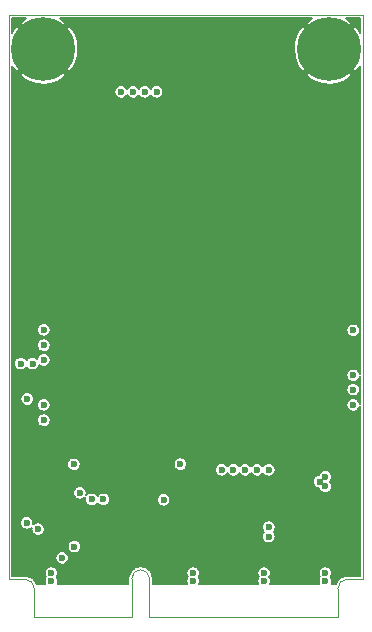
<source format=gbr>
G04 #@! TF.GenerationSoftware,KiCad,Pcbnew,(5.1.6)-1*
G04 #@! TF.CreationDate,2020-07-22T16:01:37+02:00*
G04 #@! TF.ProjectId,BRD-00008-X01,4252442d-3030-4303-9038-2d5830312e6b,X01*
G04 #@! TF.SameCoordinates,Original*
G04 #@! TF.FileFunction,Copper,L2,Inr*
G04 #@! TF.FilePolarity,Positive*
%FSLAX46Y46*%
G04 Gerber Fmt 4.6, Leading zero omitted, Abs format (unit mm)*
G04 Created by KiCad (PCBNEW (5.1.6)-1) date 2020-07-22 16:01:37*
%MOMM*%
%LPD*%
G01*
G04 APERTURE LIST*
G04 #@! TA.AperFunction,Profile*
%ADD10C,0.010000*%
G04 #@! TD*
G04 #@! TA.AperFunction,ViaPad*
%ADD11C,0.600000*%
G04 #@! TD*
G04 #@! TA.AperFunction,ViaPad*
%ADD12C,5.400000*%
G04 #@! TD*
G04 #@! TA.AperFunction,Conductor*
%ADD13C,0.150000*%
G04 #@! TD*
G04 APERTURE END LIST*
D10*
X135650000Y-130450000D02*
X135650000Y-128050000D01*
X135650000Y-130450000D02*
X143900000Y-130450000D01*
X143900000Y-130450000D02*
X143900000Y-127200000D01*
X145400000Y-130450000D02*
X145400000Y-127200000D01*
X163500000Y-127250000D02*
X163500000Y-79500000D01*
X162150000Y-127250000D02*
X163500000Y-127250000D01*
X145400000Y-130450000D02*
X161350000Y-130450000D01*
X161350000Y-130450000D02*
X161350000Y-128050000D01*
X162150000Y-127250000D02*
G75*
G03*
X161350000Y-128050000I0J-800000D01*
G01*
X144650000Y-126450000D02*
G75*
G03*
X143900000Y-127200000I0J-750000D01*
G01*
X145400000Y-127200000D02*
G75*
G03*
X144650000Y-126450000I-750000J0D01*
G01*
X135650000Y-128050000D02*
G75*
G03*
X134850000Y-127250000I-800000J0D01*
G01*
X133500000Y-127250000D02*
X134850000Y-127250000D01*
X133500000Y-79500000D02*
X133500000Y-127250000D01*
X133500000Y-79500000D02*
X163500000Y-79500000D01*
D11*
X142500000Y-124000000D03*
X142500000Y-123000000D03*
X141500000Y-123000000D03*
X141500000Y-124000000D03*
D12*
X136400000Y-82400000D03*
D11*
X136400000Y-80390000D03*
X134980000Y-80980000D03*
X134390000Y-82400000D03*
X134980000Y-83820000D03*
X136400000Y-84410000D03*
X137820000Y-83820000D03*
X138410000Y-82400000D03*
X137820000Y-80980000D03*
D12*
X160600000Y-82400000D03*
D11*
X160600000Y-80390000D03*
X159180000Y-80980000D03*
X158590000Y-82400000D03*
X159180000Y-83820000D03*
X160600000Y-84410000D03*
X162020000Y-83820000D03*
X162610000Y-82400000D03*
X162020000Y-80980000D03*
X134500000Y-103000000D03*
X153500000Y-126750000D03*
X153500000Y-127450000D03*
X150300000Y-127450000D03*
X153250000Y-84850000D03*
X154500000Y-84850000D03*
X149450000Y-84850000D03*
X160550000Y-88400000D03*
X160550000Y-89650000D03*
X160550000Y-90900000D03*
X136450000Y-88400000D03*
X136450000Y-89650000D03*
X136450000Y-90900000D03*
X136450000Y-92150000D03*
X136450000Y-99800000D03*
X136450000Y-102350000D03*
X160550000Y-99800000D03*
X157450000Y-103600000D03*
X157450000Y-106150000D03*
X157450000Y-108700000D03*
X157500000Y-112500000D03*
X139900000Y-127450000D03*
X142300000Y-127450000D03*
X147900000Y-127450000D03*
X151100000Y-127450000D03*
X156700000Y-127450000D03*
X137900000Y-127450000D03*
X146700000Y-127450000D03*
X159500000Y-127450000D03*
X156700000Y-126750000D03*
X159500000Y-126750000D03*
X151100000Y-126750000D03*
X150300000Y-126750000D03*
X147900000Y-126750000D03*
X146700000Y-126750000D03*
X137900000Y-126750000D03*
X139900000Y-126750000D03*
X142300000Y-126750000D03*
X162600000Y-113800000D03*
X162600000Y-115100000D03*
X160300000Y-117500000D03*
X150700000Y-84850000D03*
X154450000Y-81500000D03*
X149550000Y-81500000D03*
X160550000Y-92200000D03*
X142000000Y-86000000D03*
X139550000Y-111250000D03*
X157500000Y-111250000D03*
X162650000Y-105000000D03*
X142500000Y-118300000D03*
X143600000Y-118300000D03*
X145600000Y-120550000D03*
X139550000Y-115050000D03*
X155500000Y-124395003D03*
X155500000Y-125200000D03*
X160800000Y-120800000D03*
X144850000Y-125000000D03*
X144850000Y-121500000D03*
X158300000Y-118000000D03*
X134500000Y-91000000D03*
X148500000Y-80000000D03*
X148500000Y-105000000D03*
X134500000Y-105000000D03*
X134500000Y-93000000D03*
X134500000Y-107000000D03*
X156500000Y-80000000D03*
X154500000Y-80000000D03*
X142500000Y-80000000D03*
X144500000Y-80000000D03*
X134500000Y-101000000D03*
X134500000Y-99000000D03*
X134500000Y-97000000D03*
X146500000Y-105000000D03*
X144500000Y-105000000D03*
X142500000Y-105000000D03*
X134500000Y-95000000D03*
X134500000Y-89000000D03*
X134500000Y-117000000D03*
X134500000Y-119000000D03*
X134500000Y-121000000D03*
X136500000Y-117000000D03*
X136500000Y-119000000D03*
X136500000Y-121000000D03*
X138500000Y-119000000D03*
X136500000Y-125000000D03*
X150500000Y-105000000D03*
X152500000Y-105000000D03*
X154500000Y-105000000D03*
X156500000Y-105000000D03*
X148500000Y-107000000D03*
X146500000Y-107000000D03*
X144500000Y-107000000D03*
X142500000Y-107000000D03*
X140500000Y-107000000D03*
X140500000Y-109000000D03*
X140500000Y-111000000D03*
X142500000Y-111000000D03*
X142500000Y-109000000D03*
X144500000Y-109000000D03*
X146500000Y-109000000D03*
X150500000Y-109000000D03*
X152500000Y-109000000D03*
X154500000Y-109000000D03*
X156500000Y-109000000D03*
X156500000Y-111000000D03*
X154500000Y-111000000D03*
X152500000Y-111000000D03*
X150500000Y-111000000D03*
X148500000Y-111000000D03*
X144500000Y-111000000D03*
X140500000Y-113000000D03*
X142500000Y-113000000D03*
X140500000Y-115000000D03*
X148500000Y-113000000D03*
X150500000Y-113000000D03*
X152500000Y-115000000D03*
X154500000Y-115000000D03*
X156500000Y-115000000D03*
X156500000Y-117000000D03*
X154500000Y-117000000D03*
X152500000Y-117000000D03*
X150500000Y-117000000D03*
X144500000Y-117000000D03*
X148500000Y-115000000D03*
X146500000Y-115000000D03*
X150500000Y-119000000D03*
X150500000Y-121000000D03*
X150500000Y-125000000D03*
X152500000Y-125000000D03*
X162500000Y-125000000D03*
X148500000Y-103000000D03*
X146500000Y-103000000D03*
X144500000Y-103000000D03*
X142500000Y-103000000D03*
X142500000Y-97000000D03*
X142500000Y-95000000D03*
X144500000Y-95000000D03*
X144500000Y-93000000D03*
X146500000Y-93000000D03*
X146500000Y-91000000D03*
X148500000Y-91000000D03*
X148500000Y-89000000D03*
X136500000Y-95000000D03*
X140500000Y-89000000D03*
X140500000Y-91000000D03*
X140500000Y-87000000D03*
X140500000Y-85000000D03*
X140500000Y-83000000D03*
X142500000Y-83000000D03*
X144500000Y-83000000D03*
X146500000Y-83000000D03*
X148500000Y-83000000D03*
X148500000Y-87000000D03*
X148500000Y-85000000D03*
X150500000Y-89000000D03*
X152500000Y-89000000D03*
X154500000Y-89000000D03*
X156500000Y-89000000D03*
X156500000Y-87000000D03*
X158500000Y-87000000D03*
X160500000Y-87000000D03*
X150500000Y-91000000D03*
X152500000Y-91000000D03*
X154500000Y-91000000D03*
X156500000Y-91000000D03*
X148500000Y-93000000D03*
X150500000Y-93000000D03*
X152500000Y-93000000D03*
X154500000Y-93000000D03*
X156500000Y-93000000D03*
X146500000Y-95000000D03*
X148500000Y-95000000D03*
X150500000Y-95000000D03*
X152500000Y-95000000D03*
X154500000Y-95000000D03*
X156500000Y-95000000D03*
X158500000Y-95000000D03*
X160500000Y-95000000D03*
X160500000Y-97000000D03*
X158500000Y-97000000D03*
X156500000Y-97000000D03*
X154500000Y-97000000D03*
X152500000Y-97000000D03*
X150500000Y-97000000D03*
X148500000Y-97000000D03*
X146500000Y-97000000D03*
X144500000Y-97000000D03*
X142500000Y-99000000D03*
X142500000Y-101000000D03*
X144500000Y-101000000D03*
X144500000Y-99000000D03*
X146500000Y-99000000D03*
X146500000Y-101000000D03*
X148500000Y-99000000D03*
X148500000Y-101000000D03*
X150500000Y-99000000D03*
X150500000Y-101000000D03*
X150500000Y-103000000D03*
X152500000Y-103000000D03*
X154500000Y-103000000D03*
X156500000Y-103000000D03*
X156500000Y-101000000D03*
X156500000Y-99000000D03*
X152500000Y-99000000D03*
X154500000Y-99000000D03*
X154500000Y-101000000D03*
X152500000Y-101000000D03*
X155100000Y-127450000D03*
X155100000Y-126750000D03*
X137100000Y-127450000D03*
X149100000Y-127450000D03*
X160300000Y-127450000D03*
X160300000Y-126750000D03*
X149100000Y-126750000D03*
X137100000Y-126750000D03*
X162650000Y-110000000D03*
X146600000Y-120550000D03*
X160300000Y-119400000D03*
X159800000Y-119000000D03*
X153500000Y-118000000D03*
X154500000Y-118000000D03*
X152500000Y-118000000D03*
X151500000Y-118000000D03*
X155500000Y-118000000D03*
X160300000Y-118600000D03*
X136450000Y-106150000D03*
X144000000Y-86000000D03*
X136450000Y-107450000D03*
X145000000Y-86000000D03*
X136450000Y-108700000D03*
X146000000Y-86000000D03*
X155500000Y-123645000D03*
X155500000Y-122855000D03*
X148021232Y-117521232D03*
X134500000Y-109000000D03*
X138991415Y-117541415D03*
X162650000Y-112500000D03*
X143000000Y-86000000D03*
X135500000Y-109000000D03*
X135975000Y-123025000D03*
X136450000Y-112500000D03*
X136450000Y-113800000D03*
X138000000Y-125450000D03*
X162650000Y-111200000D03*
X141500000Y-120500000D03*
X162650000Y-106200000D03*
X140500000Y-120500000D03*
X139050000Y-124500000D03*
X139500000Y-119950000D03*
X135000000Y-122495038D03*
X135050000Y-112000000D03*
D13*
G36*
X134787469Y-79882814D02*
G01*
X134462247Y-80214759D01*
X136400000Y-82152513D01*
X138337753Y-80214759D01*
X138012531Y-79882814D01*
X137810912Y-79780000D01*
X159179821Y-79780000D01*
X158987469Y-79882814D01*
X158662247Y-80214759D01*
X160600000Y-82152513D01*
X162537753Y-80214759D01*
X162212531Y-79882814D01*
X162010912Y-79780000D01*
X163220001Y-79780000D01*
X163220001Y-80979823D01*
X163117186Y-80787469D01*
X162785241Y-80462247D01*
X160847487Y-82400000D01*
X162785241Y-84337753D01*
X163117186Y-84012531D01*
X163220001Y-83810910D01*
X163220000Y-106118233D01*
X163202903Y-106032279D01*
X163159558Y-105927635D01*
X163096632Y-105833459D01*
X163016541Y-105753368D01*
X162922365Y-105690442D01*
X162817721Y-105647097D01*
X162706633Y-105625000D01*
X162593367Y-105625000D01*
X162482279Y-105647097D01*
X162377635Y-105690442D01*
X162283459Y-105753368D01*
X162203368Y-105833459D01*
X162140442Y-105927635D01*
X162097097Y-106032279D01*
X162075000Y-106143367D01*
X162075000Y-106256633D01*
X162097097Y-106367721D01*
X162140442Y-106472365D01*
X162203368Y-106566541D01*
X162283459Y-106646632D01*
X162377635Y-106709558D01*
X162482279Y-106752903D01*
X162593367Y-106775000D01*
X162706633Y-106775000D01*
X162817721Y-106752903D01*
X162922365Y-106709558D01*
X163016541Y-106646632D01*
X163096632Y-106566541D01*
X163159558Y-106472365D01*
X163202903Y-106367721D01*
X163220000Y-106281767D01*
X163220000Y-109918232D01*
X163202903Y-109832279D01*
X163159558Y-109727635D01*
X163096632Y-109633459D01*
X163016541Y-109553368D01*
X162922365Y-109490442D01*
X162817721Y-109447097D01*
X162706633Y-109425000D01*
X162593367Y-109425000D01*
X162482279Y-109447097D01*
X162377635Y-109490442D01*
X162283459Y-109553368D01*
X162203368Y-109633459D01*
X162140442Y-109727635D01*
X162097097Y-109832279D01*
X162075000Y-109943367D01*
X162075000Y-110056633D01*
X162097097Y-110167721D01*
X162140442Y-110272365D01*
X162203368Y-110366541D01*
X162283459Y-110446632D01*
X162377635Y-110509558D01*
X162482279Y-110552903D01*
X162593367Y-110575000D01*
X162706633Y-110575000D01*
X162817721Y-110552903D01*
X162922365Y-110509558D01*
X163016541Y-110446632D01*
X163096632Y-110366541D01*
X163159558Y-110272365D01*
X163202903Y-110167721D01*
X163220000Y-110081768D01*
X163220000Y-111118232D01*
X163202903Y-111032279D01*
X163159558Y-110927635D01*
X163096632Y-110833459D01*
X163016541Y-110753368D01*
X162922365Y-110690442D01*
X162817721Y-110647097D01*
X162706633Y-110625000D01*
X162593367Y-110625000D01*
X162482279Y-110647097D01*
X162377635Y-110690442D01*
X162283459Y-110753368D01*
X162203368Y-110833459D01*
X162140442Y-110927635D01*
X162097097Y-111032279D01*
X162075000Y-111143367D01*
X162075000Y-111256633D01*
X162097097Y-111367721D01*
X162140442Y-111472365D01*
X162203368Y-111566541D01*
X162283459Y-111646632D01*
X162377635Y-111709558D01*
X162482279Y-111752903D01*
X162593367Y-111775000D01*
X162706633Y-111775000D01*
X162817721Y-111752903D01*
X162922365Y-111709558D01*
X163016541Y-111646632D01*
X163096632Y-111566541D01*
X163159558Y-111472365D01*
X163202903Y-111367721D01*
X163220000Y-111281768D01*
X163220000Y-112418232D01*
X163202903Y-112332279D01*
X163159558Y-112227635D01*
X163096632Y-112133459D01*
X163016541Y-112053368D01*
X162922365Y-111990442D01*
X162817721Y-111947097D01*
X162706633Y-111925000D01*
X162593367Y-111925000D01*
X162482279Y-111947097D01*
X162377635Y-111990442D01*
X162283459Y-112053368D01*
X162203368Y-112133459D01*
X162140442Y-112227635D01*
X162097097Y-112332279D01*
X162075000Y-112443367D01*
X162075000Y-112556633D01*
X162097097Y-112667721D01*
X162140442Y-112772365D01*
X162203368Y-112866541D01*
X162283459Y-112946632D01*
X162377635Y-113009558D01*
X162482279Y-113052903D01*
X162593367Y-113075000D01*
X162706633Y-113075000D01*
X162817721Y-113052903D01*
X162922365Y-113009558D01*
X163016541Y-112946632D01*
X163096632Y-112866541D01*
X163159558Y-112772365D01*
X163202903Y-112667721D01*
X163220000Y-112581768D01*
X163220000Y-126970000D01*
X162136252Y-126970000D01*
X162124010Y-126971206D01*
X162119036Y-126971171D01*
X162115145Y-126971553D01*
X161959869Y-126987874D01*
X161934998Y-126992980D01*
X161910083Y-126997732D01*
X161906340Y-126998862D01*
X161757191Y-127045031D01*
X161733801Y-127054863D01*
X161710264Y-127064372D01*
X161706818Y-127066205D01*
X161706814Y-127066207D01*
X161706813Y-127066208D01*
X161569471Y-127140469D01*
X161548484Y-127154625D01*
X161527196Y-127168555D01*
X161524167Y-127171026D01*
X161403865Y-127270549D01*
X161385990Y-127288549D01*
X161367850Y-127306313D01*
X161365358Y-127309325D01*
X161266678Y-127430319D01*
X161252633Y-127451460D01*
X161238297Y-127472396D01*
X161236438Y-127475835D01*
X161163138Y-127613692D01*
X161153478Y-127637129D01*
X161143469Y-127660481D01*
X161142313Y-127664215D01*
X161139057Y-127675000D01*
X160829177Y-127675000D01*
X160852903Y-127617721D01*
X160875000Y-127506633D01*
X160875000Y-127393367D01*
X160852903Y-127282279D01*
X160809558Y-127177635D01*
X160757684Y-127100000D01*
X160809558Y-127022365D01*
X160852903Y-126917721D01*
X160875000Y-126806633D01*
X160875000Y-126693367D01*
X160852903Y-126582279D01*
X160809558Y-126477635D01*
X160746632Y-126383459D01*
X160666541Y-126303368D01*
X160572365Y-126240442D01*
X160467721Y-126197097D01*
X160356633Y-126175000D01*
X160243367Y-126175000D01*
X160132279Y-126197097D01*
X160027635Y-126240442D01*
X159933459Y-126303368D01*
X159853368Y-126383459D01*
X159790442Y-126477635D01*
X159747097Y-126582279D01*
X159725000Y-126693367D01*
X159725000Y-126806633D01*
X159747097Y-126917721D01*
X159790442Y-127022365D01*
X159842316Y-127100000D01*
X159790442Y-127177635D01*
X159747097Y-127282279D01*
X159725000Y-127393367D01*
X159725000Y-127506633D01*
X159747097Y-127617721D01*
X159770823Y-127675000D01*
X155629177Y-127675000D01*
X155652903Y-127617721D01*
X155675000Y-127506633D01*
X155675000Y-127393367D01*
X155652903Y-127282279D01*
X155609558Y-127177635D01*
X155557684Y-127100000D01*
X155609558Y-127022365D01*
X155652903Y-126917721D01*
X155675000Y-126806633D01*
X155675000Y-126693367D01*
X155652903Y-126582279D01*
X155609558Y-126477635D01*
X155546632Y-126383459D01*
X155466541Y-126303368D01*
X155372365Y-126240442D01*
X155267721Y-126197097D01*
X155156633Y-126175000D01*
X155043367Y-126175000D01*
X154932279Y-126197097D01*
X154827635Y-126240442D01*
X154733459Y-126303368D01*
X154653368Y-126383459D01*
X154590442Y-126477635D01*
X154547097Y-126582279D01*
X154525000Y-126693367D01*
X154525000Y-126806633D01*
X154547097Y-126917721D01*
X154590442Y-127022365D01*
X154642316Y-127100000D01*
X154590442Y-127177635D01*
X154547097Y-127282279D01*
X154525000Y-127393367D01*
X154525000Y-127506633D01*
X154547097Y-127617721D01*
X154570823Y-127675000D01*
X149629177Y-127675000D01*
X149652903Y-127617721D01*
X149675000Y-127506633D01*
X149675000Y-127393367D01*
X149652903Y-127282279D01*
X149609558Y-127177635D01*
X149557684Y-127100000D01*
X149609558Y-127022365D01*
X149652903Y-126917721D01*
X149675000Y-126806633D01*
X149675000Y-126693367D01*
X149652903Y-126582279D01*
X149609558Y-126477635D01*
X149546632Y-126383459D01*
X149466541Y-126303368D01*
X149372365Y-126240442D01*
X149267721Y-126197097D01*
X149156633Y-126175000D01*
X149043367Y-126175000D01*
X148932279Y-126197097D01*
X148827635Y-126240442D01*
X148733459Y-126303368D01*
X148653368Y-126383459D01*
X148590442Y-126477635D01*
X148547097Y-126582279D01*
X148525000Y-126693367D01*
X148525000Y-126806633D01*
X148547097Y-126917721D01*
X148590442Y-127022365D01*
X148642316Y-127100000D01*
X148590442Y-127177635D01*
X148547097Y-127282279D01*
X148525000Y-127393367D01*
X148525000Y-127506633D01*
X148547097Y-127617721D01*
X148570823Y-127675000D01*
X145680000Y-127675000D01*
X145680000Y-127186252D01*
X145678797Y-127174042D01*
X145678830Y-127169385D01*
X145678448Y-127165495D01*
X145663147Y-127019923D01*
X145658044Y-126995065D01*
X145653289Y-126970136D01*
X145652159Y-126966394D01*
X145608875Y-126826565D01*
X145599039Y-126803166D01*
X145589534Y-126779640D01*
X145587699Y-126776188D01*
X145518080Y-126647431D01*
X145503895Y-126626402D01*
X145489993Y-126605156D01*
X145487522Y-126602127D01*
X145394220Y-126489344D01*
X145376220Y-126471469D01*
X145358456Y-126453329D01*
X145355444Y-126450837D01*
X145242012Y-126358325D01*
X145220916Y-126344309D01*
X145199936Y-126329943D01*
X145196497Y-126328084D01*
X145067256Y-126259365D01*
X145043779Y-126249689D01*
X145020465Y-126239696D01*
X145016730Y-126238540D01*
X144876603Y-126196234D01*
X144851703Y-126191304D01*
X144826888Y-126186029D01*
X144823000Y-126185620D01*
X144677324Y-126171336D01*
X144665101Y-126171336D01*
X144652946Y-126170015D01*
X144649037Y-126170002D01*
X144643801Y-126170020D01*
X144631631Y-126171256D01*
X144619385Y-126171170D01*
X144615495Y-126171552D01*
X144469923Y-126186853D01*
X144445065Y-126191956D01*
X144420136Y-126196711D01*
X144416394Y-126197841D01*
X144276565Y-126241125D01*
X144253166Y-126250961D01*
X144229640Y-126260466D01*
X144226188Y-126262301D01*
X144097431Y-126331920D01*
X144076402Y-126346105D01*
X144055156Y-126360007D01*
X144052127Y-126362478D01*
X143939344Y-126455780D01*
X143921469Y-126473780D01*
X143903329Y-126491544D01*
X143900837Y-126494556D01*
X143808325Y-126607988D01*
X143794309Y-126629084D01*
X143779943Y-126650064D01*
X143778084Y-126653503D01*
X143709365Y-126782744D01*
X143699689Y-126806221D01*
X143689696Y-126829535D01*
X143688540Y-126833270D01*
X143646234Y-126973397D01*
X143641304Y-126998297D01*
X143636029Y-127023112D01*
X143635620Y-127027000D01*
X143621336Y-127172676D01*
X143621336Y-127172697D01*
X143620001Y-127186252D01*
X143620001Y-127675000D01*
X137629177Y-127675000D01*
X137652903Y-127617721D01*
X137675000Y-127506633D01*
X137675000Y-127393367D01*
X137652903Y-127282279D01*
X137609558Y-127177635D01*
X137557684Y-127100000D01*
X137609558Y-127022365D01*
X137652903Y-126917721D01*
X137675000Y-126806633D01*
X137675000Y-126693367D01*
X137652903Y-126582279D01*
X137609558Y-126477635D01*
X137546632Y-126383459D01*
X137466541Y-126303368D01*
X137372365Y-126240442D01*
X137267721Y-126197097D01*
X137156633Y-126175000D01*
X137043367Y-126175000D01*
X136932279Y-126197097D01*
X136827635Y-126240442D01*
X136733459Y-126303368D01*
X136653368Y-126383459D01*
X136590442Y-126477635D01*
X136547097Y-126582279D01*
X136525000Y-126693367D01*
X136525000Y-126806633D01*
X136547097Y-126917721D01*
X136590442Y-127022365D01*
X136642316Y-127100000D01*
X136590442Y-127177635D01*
X136547097Y-127282279D01*
X136525000Y-127393367D01*
X136525000Y-127506633D01*
X136547097Y-127617721D01*
X136570823Y-127675000D01*
X135860482Y-127675000D01*
X135854969Y-127657191D01*
X135845137Y-127633801D01*
X135835628Y-127610264D01*
X135833792Y-127606813D01*
X135759531Y-127469471D01*
X135745375Y-127448484D01*
X135731445Y-127427196D01*
X135728974Y-127424167D01*
X135629451Y-127303865D01*
X135611451Y-127285990D01*
X135593687Y-127267850D01*
X135590675Y-127265358D01*
X135469681Y-127166678D01*
X135448540Y-127152633D01*
X135427604Y-127138297D01*
X135424165Y-127136438D01*
X135286308Y-127063138D01*
X135262871Y-127053478D01*
X135239519Y-127043469D01*
X135235785Y-127042313D01*
X135086315Y-126997186D01*
X135061418Y-126992257D01*
X135036598Y-126986981D01*
X135032710Y-126986572D01*
X134877324Y-126971336D01*
X134877313Y-126971336D01*
X134863748Y-126970000D01*
X133780000Y-126970000D01*
X133780000Y-125393367D01*
X137425000Y-125393367D01*
X137425000Y-125506633D01*
X137447097Y-125617721D01*
X137490442Y-125722365D01*
X137553368Y-125816541D01*
X137633459Y-125896632D01*
X137727635Y-125959558D01*
X137832279Y-126002903D01*
X137943367Y-126025000D01*
X138056633Y-126025000D01*
X138167721Y-126002903D01*
X138272365Y-125959558D01*
X138366541Y-125896632D01*
X138446632Y-125816541D01*
X138509558Y-125722365D01*
X138552903Y-125617721D01*
X138575000Y-125506633D01*
X138575000Y-125393367D01*
X138552903Y-125282279D01*
X138509558Y-125177635D01*
X138446632Y-125083459D01*
X138366541Y-125003368D01*
X138272365Y-124940442D01*
X138167721Y-124897097D01*
X138056633Y-124875000D01*
X137943367Y-124875000D01*
X137832279Y-124897097D01*
X137727635Y-124940442D01*
X137633459Y-125003368D01*
X137553368Y-125083459D01*
X137490442Y-125177635D01*
X137447097Y-125282279D01*
X137425000Y-125393367D01*
X133780000Y-125393367D01*
X133780000Y-124443367D01*
X138475000Y-124443367D01*
X138475000Y-124556633D01*
X138497097Y-124667721D01*
X138540442Y-124772365D01*
X138603368Y-124866541D01*
X138683459Y-124946632D01*
X138777635Y-125009558D01*
X138882279Y-125052903D01*
X138993367Y-125075000D01*
X139106633Y-125075000D01*
X139217721Y-125052903D01*
X139322365Y-125009558D01*
X139416541Y-124946632D01*
X139496632Y-124866541D01*
X139559558Y-124772365D01*
X139602903Y-124667721D01*
X139625000Y-124556633D01*
X139625000Y-124443367D01*
X139602903Y-124332279D01*
X139559558Y-124227635D01*
X139496632Y-124133459D01*
X139416541Y-124053368D01*
X139322365Y-123990442D01*
X139217721Y-123947097D01*
X139106633Y-123925000D01*
X138993367Y-123925000D01*
X138882279Y-123947097D01*
X138777635Y-123990442D01*
X138683459Y-124053368D01*
X138603368Y-124133459D01*
X138540442Y-124227635D01*
X138497097Y-124332279D01*
X138475000Y-124443367D01*
X133780000Y-124443367D01*
X133780000Y-122438405D01*
X134425000Y-122438405D01*
X134425000Y-122551671D01*
X134447097Y-122662759D01*
X134490442Y-122767403D01*
X134553368Y-122861579D01*
X134633459Y-122941670D01*
X134727635Y-123004596D01*
X134832279Y-123047941D01*
X134943367Y-123070038D01*
X135056633Y-123070038D01*
X135167721Y-123047941D01*
X135272365Y-123004596D01*
X135366541Y-122941670D01*
X135414937Y-122893274D01*
X135400000Y-122968367D01*
X135400000Y-123081633D01*
X135422097Y-123192721D01*
X135465442Y-123297365D01*
X135528368Y-123391541D01*
X135608459Y-123471632D01*
X135702635Y-123534558D01*
X135807279Y-123577903D01*
X135918367Y-123600000D01*
X136031633Y-123600000D01*
X136142721Y-123577903D01*
X136247365Y-123534558D01*
X136341541Y-123471632D01*
X136421632Y-123391541D01*
X136484558Y-123297365D01*
X136527903Y-123192721D01*
X136550000Y-123081633D01*
X136550000Y-122968367D01*
X136527903Y-122857279D01*
X136503501Y-122798367D01*
X154925000Y-122798367D01*
X154925000Y-122911633D01*
X154947097Y-123022721D01*
X154990442Y-123127365D01*
X155053368Y-123221541D01*
X155081827Y-123250000D01*
X155053368Y-123278459D01*
X154990442Y-123372635D01*
X154947097Y-123477279D01*
X154925000Y-123588367D01*
X154925000Y-123701633D01*
X154947097Y-123812721D01*
X154990442Y-123917365D01*
X155053368Y-124011541D01*
X155133459Y-124091632D01*
X155227635Y-124154558D01*
X155332279Y-124197903D01*
X155443367Y-124220000D01*
X155556633Y-124220000D01*
X155667721Y-124197903D01*
X155772365Y-124154558D01*
X155866541Y-124091632D01*
X155946632Y-124011541D01*
X156009558Y-123917365D01*
X156052903Y-123812721D01*
X156075000Y-123701633D01*
X156075000Y-123588367D01*
X156052903Y-123477279D01*
X156009558Y-123372635D01*
X155946632Y-123278459D01*
X155918173Y-123250000D01*
X155946632Y-123221541D01*
X156009558Y-123127365D01*
X156052903Y-123022721D01*
X156075000Y-122911633D01*
X156075000Y-122798367D01*
X156052903Y-122687279D01*
X156009558Y-122582635D01*
X155946632Y-122488459D01*
X155866541Y-122408368D01*
X155772365Y-122345442D01*
X155667721Y-122302097D01*
X155556633Y-122280000D01*
X155443367Y-122280000D01*
X155332279Y-122302097D01*
X155227635Y-122345442D01*
X155133459Y-122408368D01*
X155053368Y-122488459D01*
X154990442Y-122582635D01*
X154947097Y-122687279D01*
X154925000Y-122798367D01*
X136503501Y-122798367D01*
X136484558Y-122752635D01*
X136421632Y-122658459D01*
X136341541Y-122578368D01*
X136247365Y-122515442D01*
X136142721Y-122472097D01*
X136031633Y-122450000D01*
X135918367Y-122450000D01*
X135807279Y-122472097D01*
X135702635Y-122515442D01*
X135608459Y-122578368D01*
X135560063Y-122626764D01*
X135575000Y-122551671D01*
X135575000Y-122438405D01*
X135552903Y-122327317D01*
X135509558Y-122222673D01*
X135446632Y-122128497D01*
X135366541Y-122048406D01*
X135272365Y-121985480D01*
X135167721Y-121942135D01*
X135056633Y-121920038D01*
X134943367Y-121920038D01*
X134832279Y-121942135D01*
X134727635Y-121985480D01*
X134633459Y-122048406D01*
X134553368Y-122128497D01*
X134490442Y-122222673D01*
X134447097Y-122327317D01*
X134425000Y-122438405D01*
X133780000Y-122438405D01*
X133780000Y-119893367D01*
X138925000Y-119893367D01*
X138925000Y-120006633D01*
X138947097Y-120117721D01*
X138990442Y-120222365D01*
X139053368Y-120316541D01*
X139133459Y-120396632D01*
X139227635Y-120459558D01*
X139332279Y-120502903D01*
X139443367Y-120525000D01*
X139556633Y-120525000D01*
X139667721Y-120502903D01*
X139772365Y-120459558D01*
X139866541Y-120396632D01*
X139946632Y-120316541D01*
X139965007Y-120289041D01*
X139947097Y-120332279D01*
X139925000Y-120443367D01*
X139925000Y-120556633D01*
X139947097Y-120667721D01*
X139990442Y-120772365D01*
X140053368Y-120866541D01*
X140133459Y-120946632D01*
X140227635Y-121009558D01*
X140332279Y-121052903D01*
X140443367Y-121075000D01*
X140556633Y-121075000D01*
X140667721Y-121052903D01*
X140772365Y-121009558D01*
X140866541Y-120946632D01*
X140946632Y-120866541D01*
X141000000Y-120786670D01*
X141053368Y-120866541D01*
X141133459Y-120946632D01*
X141227635Y-121009558D01*
X141332279Y-121052903D01*
X141443367Y-121075000D01*
X141556633Y-121075000D01*
X141667721Y-121052903D01*
X141772365Y-121009558D01*
X141866541Y-120946632D01*
X141946632Y-120866541D01*
X142009558Y-120772365D01*
X142052903Y-120667721D01*
X142075000Y-120556633D01*
X142075000Y-120493367D01*
X146025000Y-120493367D01*
X146025000Y-120606633D01*
X146047097Y-120717721D01*
X146090442Y-120822365D01*
X146153368Y-120916541D01*
X146233459Y-120996632D01*
X146327635Y-121059558D01*
X146432279Y-121102903D01*
X146543367Y-121125000D01*
X146656633Y-121125000D01*
X146767721Y-121102903D01*
X146872365Y-121059558D01*
X146966541Y-120996632D01*
X147046632Y-120916541D01*
X147109558Y-120822365D01*
X147152903Y-120717721D01*
X147175000Y-120606633D01*
X147175000Y-120493367D01*
X147152903Y-120382279D01*
X147109558Y-120277635D01*
X147046632Y-120183459D01*
X146966541Y-120103368D01*
X146872365Y-120040442D01*
X146767721Y-119997097D01*
X146656633Y-119975000D01*
X146543367Y-119975000D01*
X146432279Y-119997097D01*
X146327635Y-120040442D01*
X146233459Y-120103368D01*
X146153368Y-120183459D01*
X146090442Y-120277635D01*
X146047097Y-120382279D01*
X146025000Y-120493367D01*
X142075000Y-120493367D01*
X142075000Y-120443367D01*
X142052903Y-120332279D01*
X142009558Y-120227635D01*
X141946632Y-120133459D01*
X141866541Y-120053368D01*
X141772365Y-119990442D01*
X141667721Y-119947097D01*
X141556633Y-119925000D01*
X141443367Y-119925000D01*
X141332279Y-119947097D01*
X141227635Y-119990442D01*
X141133459Y-120053368D01*
X141053368Y-120133459D01*
X141000000Y-120213330D01*
X140946632Y-120133459D01*
X140866541Y-120053368D01*
X140772365Y-119990442D01*
X140667721Y-119947097D01*
X140556633Y-119925000D01*
X140443367Y-119925000D01*
X140332279Y-119947097D01*
X140227635Y-119990442D01*
X140133459Y-120053368D01*
X140053368Y-120133459D01*
X140034993Y-120160959D01*
X140052903Y-120117721D01*
X140075000Y-120006633D01*
X140075000Y-119893367D01*
X140052903Y-119782279D01*
X140009558Y-119677635D01*
X139946632Y-119583459D01*
X139866541Y-119503368D01*
X139772365Y-119440442D01*
X139667721Y-119397097D01*
X139556633Y-119375000D01*
X139443367Y-119375000D01*
X139332279Y-119397097D01*
X139227635Y-119440442D01*
X139133459Y-119503368D01*
X139053368Y-119583459D01*
X138990442Y-119677635D01*
X138947097Y-119782279D01*
X138925000Y-119893367D01*
X133780000Y-119893367D01*
X133780000Y-118943367D01*
X159225000Y-118943367D01*
X159225000Y-119056633D01*
X159247097Y-119167721D01*
X159290442Y-119272365D01*
X159353368Y-119366541D01*
X159433459Y-119446632D01*
X159527635Y-119509558D01*
X159632279Y-119552903D01*
X159743367Y-119575000D01*
X159750112Y-119575000D01*
X159790442Y-119672365D01*
X159853368Y-119766541D01*
X159933459Y-119846632D01*
X160027635Y-119909558D01*
X160132279Y-119952903D01*
X160243367Y-119975000D01*
X160356633Y-119975000D01*
X160467721Y-119952903D01*
X160572365Y-119909558D01*
X160666541Y-119846632D01*
X160746632Y-119766541D01*
X160809558Y-119672365D01*
X160852903Y-119567721D01*
X160875000Y-119456633D01*
X160875000Y-119343367D01*
X160852903Y-119232279D01*
X160809558Y-119127635D01*
X160746632Y-119033459D01*
X160713173Y-119000000D01*
X160746632Y-118966541D01*
X160809558Y-118872365D01*
X160852903Y-118767721D01*
X160875000Y-118656633D01*
X160875000Y-118543367D01*
X160852903Y-118432279D01*
X160809558Y-118327635D01*
X160746632Y-118233459D01*
X160666541Y-118153368D01*
X160572365Y-118090442D01*
X160467721Y-118047097D01*
X160356633Y-118025000D01*
X160243367Y-118025000D01*
X160132279Y-118047097D01*
X160027635Y-118090442D01*
X159933459Y-118153368D01*
X159853368Y-118233459D01*
X159790442Y-118327635D01*
X159750112Y-118425000D01*
X159743367Y-118425000D01*
X159632279Y-118447097D01*
X159527635Y-118490442D01*
X159433459Y-118553368D01*
X159353368Y-118633459D01*
X159290442Y-118727635D01*
X159247097Y-118832279D01*
X159225000Y-118943367D01*
X133780000Y-118943367D01*
X133780000Y-117484782D01*
X138416415Y-117484782D01*
X138416415Y-117598048D01*
X138438512Y-117709136D01*
X138481857Y-117813780D01*
X138544783Y-117907956D01*
X138624874Y-117988047D01*
X138719050Y-118050973D01*
X138823694Y-118094318D01*
X138934782Y-118116415D01*
X139048048Y-118116415D01*
X139159136Y-118094318D01*
X139263780Y-118050973D01*
X139357956Y-117988047D01*
X139438047Y-117907956D01*
X139500973Y-117813780D01*
X139544318Y-117709136D01*
X139566415Y-117598048D01*
X139566415Y-117484782D01*
X139562401Y-117464599D01*
X147446232Y-117464599D01*
X147446232Y-117577865D01*
X147468329Y-117688953D01*
X147511674Y-117793597D01*
X147574600Y-117887773D01*
X147654691Y-117967864D01*
X147748867Y-118030790D01*
X147853511Y-118074135D01*
X147964599Y-118096232D01*
X148077865Y-118096232D01*
X148188953Y-118074135D01*
X148293597Y-118030790D01*
X148387773Y-117967864D01*
X148412270Y-117943367D01*
X150925000Y-117943367D01*
X150925000Y-118056633D01*
X150947097Y-118167721D01*
X150990442Y-118272365D01*
X151053368Y-118366541D01*
X151133459Y-118446632D01*
X151227635Y-118509558D01*
X151332279Y-118552903D01*
X151443367Y-118575000D01*
X151556633Y-118575000D01*
X151667721Y-118552903D01*
X151772365Y-118509558D01*
X151866541Y-118446632D01*
X151946632Y-118366541D01*
X152000000Y-118286670D01*
X152053368Y-118366541D01*
X152133459Y-118446632D01*
X152227635Y-118509558D01*
X152332279Y-118552903D01*
X152443367Y-118575000D01*
X152556633Y-118575000D01*
X152667721Y-118552903D01*
X152772365Y-118509558D01*
X152866541Y-118446632D01*
X152946632Y-118366541D01*
X153000000Y-118286670D01*
X153053368Y-118366541D01*
X153133459Y-118446632D01*
X153227635Y-118509558D01*
X153332279Y-118552903D01*
X153443367Y-118575000D01*
X153556633Y-118575000D01*
X153667721Y-118552903D01*
X153772365Y-118509558D01*
X153866541Y-118446632D01*
X153946632Y-118366541D01*
X154000000Y-118286670D01*
X154053368Y-118366541D01*
X154133459Y-118446632D01*
X154227635Y-118509558D01*
X154332279Y-118552903D01*
X154443367Y-118575000D01*
X154556633Y-118575000D01*
X154667721Y-118552903D01*
X154772365Y-118509558D01*
X154866541Y-118446632D01*
X154946632Y-118366541D01*
X155000000Y-118286670D01*
X155053368Y-118366541D01*
X155133459Y-118446632D01*
X155227635Y-118509558D01*
X155332279Y-118552903D01*
X155443367Y-118575000D01*
X155556633Y-118575000D01*
X155667721Y-118552903D01*
X155772365Y-118509558D01*
X155866541Y-118446632D01*
X155946632Y-118366541D01*
X156009558Y-118272365D01*
X156052903Y-118167721D01*
X156075000Y-118056633D01*
X156075000Y-117943367D01*
X156052903Y-117832279D01*
X156009558Y-117727635D01*
X155946632Y-117633459D01*
X155866541Y-117553368D01*
X155772365Y-117490442D01*
X155667721Y-117447097D01*
X155556633Y-117425000D01*
X155443367Y-117425000D01*
X155332279Y-117447097D01*
X155227635Y-117490442D01*
X155133459Y-117553368D01*
X155053368Y-117633459D01*
X155000000Y-117713330D01*
X154946632Y-117633459D01*
X154866541Y-117553368D01*
X154772365Y-117490442D01*
X154667721Y-117447097D01*
X154556633Y-117425000D01*
X154443367Y-117425000D01*
X154332279Y-117447097D01*
X154227635Y-117490442D01*
X154133459Y-117553368D01*
X154053368Y-117633459D01*
X154000000Y-117713330D01*
X153946632Y-117633459D01*
X153866541Y-117553368D01*
X153772365Y-117490442D01*
X153667721Y-117447097D01*
X153556633Y-117425000D01*
X153443367Y-117425000D01*
X153332279Y-117447097D01*
X153227635Y-117490442D01*
X153133459Y-117553368D01*
X153053368Y-117633459D01*
X153000000Y-117713330D01*
X152946632Y-117633459D01*
X152866541Y-117553368D01*
X152772365Y-117490442D01*
X152667721Y-117447097D01*
X152556633Y-117425000D01*
X152443367Y-117425000D01*
X152332279Y-117447097D01*
X152227635Y-117490442D01*
X152133459Y-117553368D01*
X152053368Y-117633459D01*
X152000000Y-117713330D01*
X151946632Y-117633459D01*
X151866541Y-117553368D01*
X151772365Y-117490442D01*
X151667721Y-117447097D01*
X151556633Y-117425000D01*
X151443367Y-117425000D01*
X151332279Y-117447097D01*
X151227635Y-117490442D01*
X151133459Y-117553368D01*
X151053368Y-117633459D01*
X150990442Y-117727635D01*
X150947097Y-117832279D01*
X150925000Y-117943367D01*
X148412270Y-117943367D01*
X148467864Y-117887773D01*
X148530790Y-117793597D01*
X148574135Y-117688953D01*
X148596232Y-117577865D01*
X148596232Y-117464599D01*
X148574135Y-117353511D01*
X148530790Y-117248867D01*
X148467864Y-117154691D01*
X148387773Y-117074600D01*
X148293597Y-117011674D01*
X148188953Y-116968329D01*
X148077865Y-116946232D01*
X147964599Y-116946232D01*
X147853511Y-116968329D01*
X147748867Y-117011674D01*
X147654691Y-117074600D01*
X147574600Y-117154691D01*
X147511674Y-117248867D01*
X147468329Y-117353511D01*
X147446232Y-117464599D01*
X139562401Y-117464599D01*
X139544318Y-117373694D01*
X139500973Y-117269050D01*
X139438047Y-117174874D01*
X139357956Y-117094783D01*
X139263780Y-117031857D01*
X139159136Y-116988512D01*
X139048048Y-116966415D01*
X138934782Y-116966415D01*
X138823694Y-116988512D01*
X138719050Y-117031857D01*
X138624874Y-117094783D01*
X138544783Y-117174874D01*
X138481857Y-117269050D01*
X138438512Y-117373694D01*
X138416415Y-117484782D01*
X133780000Y-117484782D01*
X133780000Y-113743367D01*
X135875000Y-113743367D01*
X135875000Y-113856633D01*
X135897097Y-113967721D01*
X135940442Y-114072365D01*
X136003368Y-114166541D01*
X136083459Y-114246632D01*
X136177635Y-114309558D01*
X136282279Y-114352903D01*
X136393367Y-114375000D01*
X136506633Y-114375000D01*
X136617721Y-114352903D01*
X136722365Y-114309558D01*
X136816541Y-114246632D01*
X136896632Y-114166541D01*
X136959558Y-114072365D01*
X137002903Y-113967721D01*
X137025000Y-113856633D01*
X137025000Y-113743367D01*
X137002903Y-113632279D01*
X136959558Y-113527635D01*
X136896632Y-113433459D01*
X136816541Y-113353368D01*
X136722365Y-113290442D01*
X136617721Y-113247097D01*
X136506633Y-113225000D01*
X136393367Y-113225000D01*
X136282279Y-113247097D01*
X136177635Y-113290442D01*
X136083459Y-113353368D01*
X136003368Y-113433459D01*
X135940442Y-113527635D01*
X135897097Y-113632279D01*
X135875000Y-113743367D01*
X133780000Y-113743367D01*
X133780000Y-111943367D01*
X134475000Y-111943367D01*
X134475000Y-112056633D01*
X134497097Y-112167721D01*
X134540442Y-112272365D01*
X134603368Y-112366541D01*
X134683459Y-112446632D01*
X134777635Y-112509558D01*
X134882279Y-112552903D01*
X134993367Y-112575000D01*
X135106633Y-112575000D01*
X135217721Y-112552903D01*
X135322365Y-112509558D01*
X135416541Y-112446632D01*
X135419806Y-112443367D01*
X135875000Y-112443367D01*
X135875000Y-112556633D01*
X135897097Y-112667721D01*
X135940442Y-112772365D01*
X136003368Y-112866541D01*
X136083459Y-112946632D01*
X136177635Y-113009558D01*
X136282279Y-113052903D01*
X136393367Y-113075000D01*
X136506633Y-113075000D01*
X136617721Y-113052903D01*
X136722365Y-113009558D01*
X136816541Y-112946632D01*
X136896632Y-112866541D01*
X136959558Y-112772365D01*
X137002903Y-112667721D01*
X137025000Y-112556633D01*
X137025000Y-112443367D01*
X137002903Y-112332279D01*
X136959558Y-112227635D01*
X136896632Y-112133459D01*
X136816541Y-112053368D01*
X136722365Y-111990442D01*
X136617721Y-111947097D01*
X136506633Y-111925000D01*
X136393367Y-111925000D01*
X136282279Y-111947097D01*
X136177635Y-111990442D01*
X136083459Y-112053368D01*
X136003368Y-112133459D01*
X135940442Y-112227635D01*
X135897097Y-112332279D01*
X135875000Y-112443367D01*
X135419806Y-112443367D01*
X135496632Y-112366541D01*
X135559558Y-112272365D01*
X135602903Y-112167721D01*
X135625000Y-112056633D01*
X135625000Y-111943367D01*
X135602903Y-111832279D01*
X135559558Y-111727635D01*
X135496632Y-111633459D01*
X135416541Y-111553368D01*
X135322365Y-111490442D01*
X135217721Y-111447097D01*
X135106633Y-111425000D01*
X134993367Y-111425000D01*
X134882279Y-111447097D01*
X134777635Y-111490442D01*
X134683459Y-111553368D01*
X134603368Y-111633459D01*
X134540442Y-111727635D01*
X134497097Y-111832279D01*
X134475000Y-111943367D01*
X133780000Y-111943367D01*
X133780000Y-108943367D01*
X133925000Y-108943367D01*
X133925000Y-109056633D01*
X133947097Y-109167721D01*
X133990442Y-109272365D01*
X134053368Y-109366541D01*
X134133459Y-109446632D01*
X134227635Y-109509558D01*
X134332279Y-109552903D01*
X134443367Y-109575000D01*
X134556633Y-109575000D01*
X134667721Y-109552903D01*
X134772365Y-109509558D01*
X134866541Y-109446632D01*
X134946632Y-109366541D01*
X135000000Y-109286670D01*
X135053368Y-109366541D01*
X135133459Y-109446632D01*
X135227635Y-109509558D01*
X135332279Y-109552903D01*
X135443367Y-109575000D01*
X135556633Y-109575000D01*
X135667721Y-109552903D01*
X135772365Y-109509558D01*
X135866541Y-109446632D01*
X135946632Y-109366541D01*
X136009558Y-109272365D01*
X136052903Y-109167721D01*
X136061472Y-109124645D01*
X136083459Y-109146632D01*
X136177635Y-109209558D01*
X136282279Y-109252903D01*
X136393367Y-109275000D01*
X136506633Y-109275000D01*
X136617721Y-109252903D01*
X136722365Y-109209558D01*
X136816541Y-109146632D01*
X136896632Y-109066541D01*
X136959558Y-108972365D01*
X137002903Y-108867721D01*
X137025000Y-108756633D01*
X137025000Y-108643367D01*
X137002903Y-108532279D01*
X136959558Y-108427635D01*
X136896632Y-108333459D01*
X136816541Y-108253368D01*
X136722365Y-108190442D01*
X136617721Y-108147097D01*
X136506633Y-108125000D01*
X136393367Y-108125000D01*
X136282279Y-108147097D01*
X136177635Y-108190442D01*
X136083459Y-108253368D01*
X136003368Y-108333459D01*
X135940442Y-108427635D01*
X135897097Y-108532279D01*
X135888528Y-108575355D01*
X135866541Y-108553368D01*
X135772365Y-108490442D01*
X135667721Y-108447097D01*
X135556633Y-108425000D01*
X135443367Y-108425000D01*
X135332279Y-108447097D01*
X135227635Y-108490442D01*
X135133459Y-108553368D01*
X135053368Y-108633459D01*
X135000000Y-108713330D01*
X134946632Y-108633459D01*
X134866541Y-108553368D01*
X134772365Y-108490442D01*
X134667721Y-108447097D01*
X134556633Y-108425000D01*
X134443367Y-108425000D01*
X134332279Y-108447097D01*
X134227635Y-108490442D01*
X134133459Y-108553368D01*
X134053368Y-108633459D01*
X133990442Y-108727635D01*
X133947097Y-108832279D01*
X133925000Y-108943367D01*
X133780000Y-108943367D01*
X133780000Y-107393367D01*
X135875000Y-107393367D01*
X135875000Y-107506633D01*
X135897097Y-107617721D01*
X135940442Y-107722365D01*
X136003368Y-107816541D01*
X136083459Y-107896632D01*
X136177635Y-107959558D01*
X136282279Y-108002903D01*
X136393367Y-108025000D01*
X136506633Y-108025000D01*
X136617721Y-108002903D01*
X136722365Y-107959558D01*
X136816541Y-107896632D01*
X136896632Y-107816541D01*
X136959558Y-107722365D01*
X137002903Y-107617721D01*
X137025000Y-107506633D01*
X137025000Y-107393367D01*
X137002903Y-107282279D01*
X136959558Y-107177635D01*
X136896632Y-107083459D01*
X136816541Y-107003368D01*
X136722365Y-106940442D01*
X136617721Y-106897097D01*
X136506633Y-106875000D01*
X136393367Y-106875000D01*
X136282279Y-106897097D01*
X136177635Y-106940442D01*
X136083459Y-107003368D01*
X136003368Y-107083459D01*
X135940442Y-107177635D01*
X135897097Y-107282279D01*
X135875000Y-107393367D01*
X133780000Y-107393367D01*
X133780000Y-106093367D01*
X135875000Y-106093367D01*
X135875000Y-106206633D01*
X135897097Y-106317721D01*
X135940442Y-106422365D01*
X136003368Y-106516541D01*
X136083459Y-106596632D01*
X136177635Y-106659558D01*
X136282279Y-106702903D01*
X136393367Y-106725000D01*
X136506633Y-106725000D01*
X136617721Y-106702903D01*
X136722365Y-106659558D01*
X136816541Y-106596632D01*
X136896632Y-106516541D01*
X136959558Y-106422365D01*
X137002903Y-106317721D01*
X137025000Y-106206633D01*
X137025000Y-106093367D01*
X137002903Y-105982279D01*
X136959558Y-105877635D01*
X136896632Y-105783459D01*
X136816541Y-105703368D01*
X136722365Y-105640442D01*
X136617721Y-105597097D01*
X136506633Y-105575000D01*
X136393367Y-105575000D01*
X136282279Y-105597097D01*
X136177635Y-105640442D01*
X136083459Y-105703368D01*
X136003368Y-105783459D01*
X135940442Y-105877635D01*
X135897097Y-105982279D01*
X135875000Y-106093367D01*
X133780000Y-106093367D01*
X133780000Y-85943367D01*
X142425000Y-85943367D01*
X142425000Y-86056633D01*
X142447097Y-86167721D01*
X142490442Y-86272365D01*
X142553368Y-86366541D01*
X142633459Y-86446632D01*
X142727635Y-86509558D01*
X142832279Y-86552903D01*
X142943367Y-86575000D01*
X143056633Y-86575000D01*
X143167721Y-86552903D01*
X143272365Y-86509558D01*
X143366541Y-86446632D01*
X143446632Y-86366541D01*
X143500000Y-86286670D01*
X143553368Y-86366541D01*
X143633459Y-86446632D01*
X143727635Y-86509558D01*
X143832279Y-86552903D01*
X143943367Y-86575000D01*
X144056633Y-86575000D01*
X144167721Y-86552903D01*
X144272365Y-86509558D01*
X144366541Y-86446632D01*
X144446632Y-86366541D01*
X144500000Y-86286670D01*
X144553368Y-86366541D01*
X144633459Y-86446632D01*
X144727635Y-86509558D01*
X144832279Y-86552903D01*
X144943367Y-86575000D01*
X145056633Y-86575000D01*
X145167721Y-86552903D01*
X145272365Y-86509558D01*
X145366541Y-86446632D01*
X145446632Y-86366541D01*
X145500000Y-86286670D01*
X145553368Y-86366541D01*
X145633459Y-86446632D01*
X145727635Y-86509558D01*
X145832279Y-86552903D01*
X145943367Y-86575000D01*
X146056633Y-86575000D01*
X146167721Y-86552903D01*
X146272365Y-86509558D01*
X146366541Y-86446632D01*
X146446632Y-86366541D01*
X146509558Y-86272365D01*
X146552903Y-86167721D01*
X146575000Y-86056633D01*
X146575000Y-85943367D01*
X146552903Y-85832279D01*
X146509558Y-85727635D01*
X146446632Y-85633459D01*
X146366541Y-85553368D01*
X146272365Y-85490442D01*
X146167721Y-85447097D01*
X146056633Y-85425000D01*
X145943367Y-85425000D01*
X145832279Y-85447097D01*
X145727635Y-85490442D01*
X145633459Y-85553368D01*
X145553368Y-85633459D01*
X145500000Y-85713330D01*
X145446632Y-85633459D01*
X145366541Y-85553368D01*
X145272365Y-85490442D01*
X145167721Y-85447097D01*
X145056633Y-85425000D01*
X144943367Y-85425000D01*
X144832279Y-85447097D01*
X144727635Y-85490442D01*
X144633459Y-85553368D01*
X144553368Y-85633459D01*
X144500000Y-85713330D01*
X144446632Y-85633459D01*
X144366541Y-85553368D01*
X144272365Y-85490442D01*
X144167721Y-85447097D01*
X144056633Y-85425000D01*
X143943367Y-85425000D01*
X143832279Y-85447097D01*
X143727635Y-85490442D01*
X143633459Y-85553368D01*
X143553368Y-85633459D01*
X143500000Y-85713330D01*
X143446632Y-85633459D01*
X143366541Y-85553368D01*
X143272365Y-85490442D01*
X143167721Y-85447097D01*
X143056633Y-85425000D01*
X142943367Y-85425000D01*
X142832279Y-85447097D01*
X142727635Y-85490442D01*
X142633459Y-85553368D01*
X142553368Y-85633459D01*
X142490442Y-85727635D01*
X142447097Y-85832279D01*
X142425000Y-85943367D01*
X133780000Y-85943367D01*
X133780000Y-84585241D01*
X134462247Y-84585241D01*
X134787469Y-84917186D01*
X135309532Y-85183408D01*
X135873501Y-85342666D01*
X136457703Y-85388838D01*
X137039688Y-85320151D01*
X137597089Y-85139244D01*
X138012531Y-84917186D01*
X138337753Y-84585241D01*
X158662247Y-84585241D01*
X158987469Y-84917186D01*
X159509532Y-85183408D01*
X160073501Y-85342666D01*
X160657703Y-85388838D01*
X161239688Y-85320151D01*
X161797089Y-85139244D01*
X162212531Y-84917186D01*
X162537753Y-84585241D01*
X160600000Y-82647487D01*
X158662247Y-84585241D01*
X138337753Y-84585241D01*
X136400000Y-82647487D01*
X134462247Y-84585241D01*
X133780000Y-84585241D01*
X133780000Y-83820179D01*
X133882814Y-84012531D01*
X134214759Y-84337753D01*
X136152513Y-82400000D01*
X136647487Y-82400000D01*
X138585241Y-84337753D01*
X138917186Y-84012531D01*
X139183408Y-83490468D01*
X139342666Y-82926499D01*
X139379716Y-82457703D01*
X157611162Y-82457703D01*
X157679849Y-83039688D01*
X157860756Y-83597089D01*
X158082814Y-84012531D01*
X158414759Y-84337753D01*
X160352513Y-82400000D01*
X158414759Y-80462247D01*
X158082814Y-80787469D01*
X157816592Y-81309532D01*
X157657334Y-81873501D01*
X157611162Y-82457703D01*
X139379716Y-82457703D01*
X139388838Y-82342297D01*
X139320151Y-81760312D01*
X139139244Y-81202911D01*
X138917186Y-80787469D01*
X138585241Y-80462247D01*
X136647487Y-82400000D01*
X136152513Y-82400000D01*
X134214759Y-80462247D01*
X133882814Y-80787469D01*
X133780000Y-80989088D01*
X133780000Y-79780000D01*
X134979821Y-79780000D01*
X134787469Y-79882814D01*
G37*
X134787469Y-79882814D02*
X134462247Y-80214759D01*
X136400000Y-82152513D01*
X138337753Y-80214759D01*
X138012531Y-79882814D01*
X137810912Y-79780000D01*
X159179821Y-79780000D01*
X158987469Y-79882814D01*
X158662247Y-80214759D01*
X160600000Y-82152513D01*
X162537753Y-80214759D01*
X162212531Y-79882814D01*
X162010912Y-79780000D01*
X163220001Y-79780000D01*
X163220001Y-80979823D01*
X163117186Y-80787469D01*
X162785241Y-80462247D01*
X160847487Y-82400000D01*
X162785241Y-84337753D01*
X163117186Y-84012531D01*
X163220001Y-83810910D01*
X163220000Y-106118233D01*
X163202903Y-106032279D01*
X163159558Y-105927635D01*
X163096632Y-105833459D01*
X163016541Y-105753368D01*
X162922365Y-105690442D01*
X162817721Y-105647097D01*
X162706633Y-105625000D01*
X162593367Y-105625000D01*
X162482279Y-105647097D01*
X162377635Y-105690442D01*
X162283459Y-105753368D01*
X162203368Y-105833459D01*
X162140442Y-105927635D01*
X162097097Y-106032279D01*
X162075000Y-106143367D01*
X162075000Y-106256633D01*
X162097097Y-106367721D01*
X162140442Y-106472365D01*
X162203368Y-106566541D01*
X162283459Y-106646632D01*
X162377635Y-106709558D01*
X162482279Y-106752903D01*
X162593367Y-106775000D01*
X162706633Y-106775000D01*
X162817721Y-106752903D01*
X162922365Y-106709558D01*
X163016541Y-106646632D01*
X163096632Y-106566541D01*
X163159558Y-106472365D01*
X163202903Y-106367721D01*
X163220000Y-106281767D01*
X163220000Y-109918232D01*
X163202903Y-109832279D01*
X163159558Y-109727635D01*
X163096632Y-109633459D01*
X163016541Y-109553368D01*
X162922365Y-109490442D01*
X162817721Y-109447097D01*
X162706633Y-109425000D01*
X162593367Y-109425000D01*
X162482279Y-109447097D01*
X162377635Y-109490442D01*
X162283459Y-109553368D01*
X162203368Y-109633459D01*
X162140442Y-109727635D01*
X162097097Y-109832279D01*
X162075000Y-109943367D01*
X162075000Y-110056633D01*
X162097097Y-110167721D01*
X162140442Y-110272365D01*
X162203368Y-110366541D01*
X162283459Y-110446632D01*
X162377635Y-110509558D01*
X162482279Y-110552903D01*
X162593367Y-110575000D01*
X162706633Y-110575000D01*
X162817721Y-110552903D01*
X162922365Y-110509558D01*
X163016541Y-110446632D01*
X163096632Y-110366541D01*
X163159558Y-110272365D01*
X163202903Y-110167721D01*
X163220000Y-110081768D01*
X163220000Y-111118232D01*
X163202903Y-111032279D01*
X163159558Y-110927635D01*
X163096632Y-110833459D01*
X163016541Y-110753368D01*
X162922365Y-110690442D01*
X162817721Y-110647097D01*
X162706633Y-110625000D01*
X162593367Y-110625000D01*
X162482279Y-110647097D01*
X162377635Y-110690442D01*
X162283459Y-110753368D01*
X162203368Y-110833459D01*
X162140442Y-110927635D01*
X162097097Y-111032279D01*
X162075000Y-111143367D01*
X162075000Y-111256633D01*
X162097097Y-111367721D01*
X162140442Y-111472365D01*
X162203368Y-111566541D01*
X162283459Y-111646632D01*
X162377635Y-111709558D01*
X162482279Y-111752903D01*
X162593367Y-111775000D01*
X162706633Y-111775000D01*
X162817721Y-111752903D01*
X162922365Y-111709558D01*
X163016541Y-111646632D01*
X163096632Y-111566541D01*
X163159558Y-111472365D01*
X163202903Y-111367721D01*
X163220000Y-111281768D01*
X163220000Y-112418232D01*
X163202903Y-112332279D01*
X163159558Y-112227635D01*
X163096632Y-112133459D01*
X163016541Y-112053368D01*
X162922365Y-111990442D01*
X162817721Y-111947097D01*
X162706633Y-111925000D01*
X162593367Y-111925000D01*
X162482279Y-111947097D01*
X162377635Y-111990442D01*
X162283459Y-112053368D01*
X162203368Y-112133459D01*
X162140442Y-112227635D01*
X162097097Y-112332279D01*
X162075000Y-112443367D01*
X162075000Y-112556633D01*
X162097097Y-112667721D01*
X162140442Y-112772365D01*
X162203368Y-112866541D01*
X162283459Y-112946632D01*
X162377635Y-113009558D01*
X162482279Y-113052903D01*
X162593367Y-113075000D01*
X162706633Y-113075000D01*
X162817721Y-113052903D01*
X162922365Y-113009558D01*
X163016541Y-112946632D01*
X163096632Y-112866541D01*
X163159558Y-112772365D01*
X163202903Y-112667721D01*
X163220000Y-112581768D01*
X163220000Y-126970000D01*
X162136252Y-126970000D01*
X162124010Y-126971206D01*
X162119036Y-126971171D01*
X162115145Y-126971553D01*
X161959869Y-126987874D01*
X161934998Y-126992980D01*
X161910083Y-126997732D01*
X161906340Y-126998862D01*
X161757191Y-127045031D01*
X161733801Y-127054863D01*
X161710264Y-127064372D01*
X161706818Y-127066205D01*
X161706814Y-127066207D01*
X161706813Y-127066208D01*
X161569471Y-127140469D01*
X161548484Y-127154625D01*
X161527196Y-127168555D01*
X161524167Y-127171026D01*
X161403865Y-127270549D01*
X161385990Y-127288549D01*
X161367850Y-127306313D01*
X161365358Y-127309325D01*
X161266678Y-127430319D01*
X161252633Y-127451460D01*
X161238297Y-127472396D01*
X161236438Y-127475835D01*
X161163138Y-127613692D01*
X161153478Y-127637129D01*
X161143469Y-127660481D01*
X161142313Y-127664215D01*
X161139057Y-127675000D01*
X160829177Y-127675000D01*
X160852903Y-127617721D01*
X160875000Y-127506633D01*
X160875000Y-127393367D01*
X160852903Y-127282279D01*
X160809558Y-127177635D01*
X160757684Y-127100000D01*
X160809558Y-127022365D01*
X160852903Y-126917721D01*
X160875000Y-126806633D01*
X160875000Y-126693367D01*
X160852903Y-126582279D01*
X160809558Y-126477635D01*
X160746632Y-126383459D01*
X160666541Y-126303368D01*
X160572365Y-126240442D01*
X160467721Y-126197097D01*
X160356633Y-126175000D01*
X160243367Y-126175000D01*
X160132279Y-126197097D01*
X160027635Y-126240442D01*
X159933459Y-126303368D01*
X159853368Y-126383459D01*
X159790442Y-126477635D01*
X159747097Y-126582279D01*
X159725000Y-126693367D01*
X159725000Y-126806633D01*
X159747097Y-126917721D01*
X159790442Y-127022365D01*
X159842316Y-127100000D01*
X159790442Y-127177635D01*
X159747097Y-127282279D01*
X159725000Y-127393367D01*
X159725000Y-127506633D01*
X159747097Y-127617721D01*
X159770823Y-127675000D01*
X155629177Y-127675000D01*
X155652903Y-127617721D01*
X155675000Y-127506633D01*
X155675000Y-127393367D01*
X155652903Y-127282279D01*
X155609558Y-127177635D01*
X155557684Y-127100000D01*
X155609558Y-127022365D01*
X155652903Y-126917721D01*
X155675000Y-126806633D01*
X155675000Y-126693367D01*
X155652903Y-126582279D01*
X155609558Y-126477635D01*
X155546632Y-126383459D01*
X155466541Y-126303368D01*
X155372365Y-126240442D01*
X155267721Y-126197097D01*
X155156633Y-126175000D01*
X155043367Y-126175000D01*
X154932279Y-126197097D01*
X154827635Y-126240442D01*
X154733459Y-126303368D01*
X154653368Y-126383459D01*
X154590442Y-126477635D01*
X154547097Y-126582279D01*
X154525000Y-126693367D01*
X154525000Y-126806633D01*
X154547097Y-126917721D01*
X154590442Y-127022365D01*
X154642316Y-127100000D01*
X154590442Y-127177635D01*
X154547097Y-127282279D01*
X154525000Y-127393367D01*
X154525000Y-127506633D01*
X154547097Y-127617721D01*
X154570823Y-127675000D01*
X149629177Y-127675000D01*
X149652903Y-127617721D01*
X149675000Y-127506633D01*
X149675000Y-127393367D01*
X149652903Y-127282279D01*
X149609558Y-127177635D01*
X149557684Y-127100000D01*
X149609558Y-127022365D01*
X149652903Y-126917721D01*
X149675000Y-126806633D01*
X149675000Y-126693367D01*
X149652903Y-126582279D01*
X149609558Y-126477635D01*
X149546632Y-126383459D01*
X149466541Y-126303368D01*
X149372365Y-126240442D01*
X149267721Y-126197097D01*
X149156633Y-126175000D01*
X149043367Y-126175000D01*
X148932279Y-126197097D01*
X148827635Y-126240442D01*
X148733459Y-126303368D01*
X148653368Y-126383459D01*
X148590442Y-126477635D01*
X148547097Y-126582279D01*
X148525000Y-126693367D01*
X148525000Y-126806633D01*
X148547097Y-126917721D01*
X148590442Y-127022365D01*
X148642316Y-127100000D01*
X148590442Y-127177635D01*
X148547097Y-127282279D01*
X148525000Y-127393367D01*
X148525000Y-127506633D01*
X148547097Y-127617721D01*
X148570823Y-127675000D01*
X145680000Y-127675000D01*
X145680000Y-127186252D01*
X145678797Y-127174042D01*
X145678830Y-127169385D01*
X145678448Y-127165495D01*
X145663147Y-127019923D01*
X145658044Y-126995065D01*
X145653289Y-126970136D01*
X145652159Y-126966394D01*
X145608875Y-126826565D01*
X145599039Y-126803166D01*
X145589534Y-126779640D01*
X145587699Y-126776188D01*
X145518080Y-126647431D01*
X145503895Y-126626402D01*
X145489993Y-126605156D01*
X145487522Y-126602127D01*
X145394220Y-126489344D01*
X145376220Y-126471469D01*
X145358456Y-126453329D01*
X145355444Y-126450837D01*
X145242012Y-126358325D01*
X145220916Y-126344309D01*
X145199936Y-126329943D01*
X145196497Y-126328084D01*
X145067256Y-126259365D01*
X145043779Y-126249689D01*
X145020465Y-126239696D01*
X145016730Y-126238540D01*
X144876603Y-126196234D01*
X144851703Y-126191304D01*
X144826888Y-126186029D01*
X144823000Y-126185620D01*
X144677324Y-126171336D01*
X144665101Y-126171336D01*
X144652946Y-126170015D01*
X144649037Y-126170002D01*
X144643801Y-126170020D01*
X144631631Y-126171256D01*
X144619385Y-126171170D01*
X144615495Y-126171552D01*
X144469923Y-126186853D01*
X144445065Y-126191956D01*
X144420136Y-126196711D01*
X144416394Y-126197841D01*
X144276565Y-126241125D01*
X144253166Y-126250961D01*
X144229640Y-126260466D01*
X144226188Y-126262301D01*
X144097431Y-126331920D01*
X144076402Y-126346105D01*
X144055156Y-126360007D01*
X144052127Y-126362478D01*
X143939344Y-126455780D01*
X143921469Y-126473780D01*
X143903329Y-126491544D01*
X143900837Y-126494556D01*
X143808325Y-126607988D01*
X143794309Y-126629084D01*
X143779943Y-126650064D01*
X143778084Y-126653503D01*
X143709365Y-126782744D01*
X143699689Y-126806221D01*
X143689696Y-126829535D01*
X143688540Y-126833270D01*
X143646234Y-126973397D01*
X143641304Y-126998297D01*
X143636029Y-127023112D01*
X143635620Y-127027000D01*
X143621336Y-127172676D01*
X143621336Y-127172697D01*
X143620001Y-127186252D01*
X143620001Y-127675000D01*
X137629177Y-127675000D01*
X137652903Y-127617721D01*
X137675000Y-127506633D01*
X137675000Y-127393367D01*
X137652903Y-127282279D01*
X137609558Y-127177635D01*
X137557684Y-127100000D01*
X137609558Y-127022365D01*
X137652903Y-126917721D01*
X137675000Y-126806633D01*
X137675000Y-126693367D01*
X137652903Y-126582279D01*
X137609558Y-126477635D01*
X137546632Y-126383459D01*
X137466541Y-126303368D01*
X137372365Y-126240442D01*
X137267721Y-126197097D01*
X137156633Y-126175000D01*
X137043367Y-126175000D01*
X136932279Y-126197097D01*
X136827635Y-126240442D01*
X136733459Y-126303368D01*
X136653368Y-126383459D01*
X136590442Y-126477635D01*
X136547097Y-126582279D01*
X136525000Y-126693367D01*
X136525000Y-126806633D01*
X136547097Y-126917721D01*
X136590442Y-127022365D01*
X136642316Y-127100000D01*
X136590442Y-127177635D01*
X136547097Y-127282279D01*
X136525000Y-127393367D01*
X136525000Y-127506633D01*
X136547097Y-127617721D01*
X136570823Y-127675000D01*
X135860482Y-127675000D01*
X135854969Y-127657191D01*
X135845137Y-127633801D01*
X135835628Y-127610264D01*
X135833792Y-127606813D01*
X135759531Y-127469471D01*
X135745375Y-127448484D01*
X135731445Y-127427196D01*
X135728974Y-127424167D01*
X135629451Y-127303865D01*
X135611451Y-127285990D01*
X135593687Y-127267850D01*
X135590675Y-127265358D01*
X135469681Y-127166678D01*
X135448540Y-127152633D01*
X135427604Y-127138297D01*
X135424165Y-127136438D01*
X135286308Y-127063138D01*
X135262871Y-127053478D01*
X135239519Y-127043469D01*
X135235785Y-127042313D01*
X135086315Y-126997186D01*
X135061418Y-126992257D01*
X135036598Y-126986981D01*
X135032710Y-126986572D01*
X134877324Y-126971336D01*
X134877313Y-126971336D01*
X134863748Y-126970000D01*
X133780000Y-126970000D01*
X133780000Y-125393367D01*
X137425000Y-125393367D01*
X137425000Y-125506633D01*
X137447097Y-125617721D01*
X137490442Y-125722365D01*
X137553368Y-125816541D01*
X137633459Y-125896632D01*
X137727635Y-125959558D01*
X137832279Y-126002903D01*
X137943367Y-126025000D01*
X138056633Y-126025000D01*
X138167721Y-126002903D01*
X138272365Y-125959558D01*
X138366541Y-125896632D01*
X138446632Y-125816541D01*
X138509558Y-125722365D01*
X138552903Y-125617721D01*
X138575000Y-125506633D01*
X138575000Y-125393367D01*
X138552903Y-125282279D01*
X138509558Y-125177635D01*
X138446632Y-125083459D01*
X138366541Y-125003368D01*
X138272365Y-124940442D01*
X138167721Y-124897097D01*
X138056633Y-124875000D01*
X137943367Y-124875000D01*
X137832279Y-124897097D01*
X137727635Y-124940442D01*
X137633459Y-125003368D01*
X137553368Y-125083459D01*
X137490442Y-125177635D01*
X137447097Y-125282279D01*
X137425000Y-125393367D01*
X133780000Y-125393367D01*
X133780000Y-124443367D01*
X138475000Y-124443367D01*
X138475000Y-124556633D01*
X138497097Y-124667721D01*
X138540442Y-124772365D01*
X138603368Y-124866541D01*
X138683459Y-124946632D01*
X138777635Y-125009558D01*
X138882279Y-125052903D01*
X138993367Y-125075000D01*
X139106633Y-125075000D01*
X139217721Y-125052903D01*
X139322365Y-125009558D01*
X139416541Y-124946632D01*
X139496632Y-124866541D01*
X139559558Y-124772365D01*
X139602903Y-124667721D01*
X139625000Y-124556633D01*
X139625000Y-124443367D01*
X139602903Y-124332279D01*
X139559558Y-124227635D01*
X139496632Y-124133459D01*
X139416541Y-124053368D01*
X139322365Y-123990442D01*
X139217721Y-123947097D01*
X139106633Y-123925000D01*
X138993367Y-123925000D01*
X138882279Y-123947097D01*
X138777635Y-123990442D01*
X138683459Y-124053368D01*
X138603368Y-124133459D01*
X138540442Y-124227635D01*
X138497097Y-124332279D01*
X138475000Y-124443367D01*
X133780000Y-124443367D01*
X133780000Y-122438405D01*
X134425000Y-122438405D01*
X134425000Y-122551671D01*
X134447097Y-122662759D01*
X134490442Y-122767403D01*
X134553368Y-122861579D01*
X134633459Y-122941670D01*
X134727635Y-123004596D01*
X134832279Y-123047941D01*
X134943367Y-123070038D01*
X135056633Y-123070038D01*
X135167721Y-123047941D01*
X135272365Y-123004596D01*
X135366541Y-122941670D01*
X135414937Y-122893274D01*
X135400000Y-122968367D01*
X135400000Y-123081633D01*
X135422097Y-123192721D01*
X135465442Y-123297365D01*
X135528368Y-123391541D01*
X135608459Y-123471632D01*
X135702635Y-123534558D01*
X135807279Y-123577903D01*
X135918367Y-123600000D01*
X136031633Y-123600000D01*
X136142721Y-123577903D01*
X136247365Y-123534558D01*
X136341541Y-123471632D01*
X136421632Y-123391541D01*
X136484558Y-123297365D01*
X136527903Y-123192721D01*
X136550000Y-123081633D01*
X136550000Y-122968367D01*
X136527903Y-122857279D01*
X136503501Y-122798367D01*
X154925000Y-122798367D01*
X154925000Y-122911633D01*
X154947097Y-123022721D01*
X154990442Y-123127365D01*
X155053368Y-123221541D01*
X155081827Y-123250000D01*
X155053368Y-123278459D01*
X154990442Y-123372635D01*
X154947097Y-123477279D01*
X154925000Y-123588367D01*
X154925000Y-123701633D01*
X154947097Y-123812721D01*
X154990442Y-123917365D01*
X155053368Y-124011541D01*
X155133459Y-124091632D01*
X155227635Y-124154558D01*
X155332279Y-124197903D01*
X155443367Y-124220000D01*
X155556633Y-124220000D01*
X155667721Y-124197903D01*
X155772365Y-124154558D01*
X155866541Y-124091632D01*
X155946632Y-124011541D01*
X156009558Y-123917365D01*
X156052903Y-123812721D01*
X156075000Y-123701633D01*
X156075000Y-123588367D01*
X156052903Y-123477279D01*
X156009558Y-123372635D01*
X155946632Y-123278459D01*
X155918173Y-123250000D01*
X155946632Y-123221541D01*
X156009558Y-123127365D01*
X156052903Y-123022721D01*
X156075000Y-122911633D01*
X156075000Y-122798367D01*
X156052903Y-122687279D01*
X156009558Y-122582635D01*
X155946632Y-122488459D01*
X155866541Y-122408368D01*
X155772365Y-122345442D01*
X155667721Y-122302097D01*
X155556633Y-122280000D01*
X155443367Y-122280000D01*
X155332279Y-122302097D01*
X155227635Y-122345442D01*
X155133459Y-122408368D01*
X155053368Y-122488459D01*
X154990442Y-122582635D01*
X154947097Y-122687279D01*
X154925000Y-122798367D01*
X136503501Y-122798367D01*
X136484558Y-122752635D01*
X136421632Y-122658459D01*
X136341541Y-122578368D01*
X136247365Y-122515442D01*
X136142721Y-122472097D01*
X136031633Y-122450000D01*
X135918367Y-122450000D01*
X135807279Y-122472097D01*
X135702635Y-122515442D01*
X135608459Y-122578368D01*
X135560063Y-122626764D01*
X135575000Y-122551671D01*
X135575000Y-122438405D01*
X135552903Y-122327317D01*
X135509558Y-122222673D01*
X135446632Y-122128497D01*
X135366541Y-122048406D01*
X135272365Y-121985480D01*
X135167721Y-121942135D01*
X135056633Y-121920038D01*
X134943367Y-121920038D01*
X134832279Y-121942135D01*
X134727635Y-121985480D01*
X134633459Y-122048406D01*
X134553368Y-122128497D01*
X134490442Y-122222673D01*
X134447097Y-122327317D01*
X134425000Y-122438405D01*
X133780000Y-122438405D01*
X133780000Y-119893367D01*
X138925000Y-119893367D01*
X138925000Y-120006633D01*
X138947097Y-120117721D01*
X138990442Y-120222365D01*
X139053368Y-120316541D01*
X139133459Y-120396632D01*
X139227635Y-120459558D01*
X139332279Y-120502903D01*
X139443367Y-120525000D01*
X139556633Y-120525000D01*
X139667721Y-120502903D01*
X139772365Y-120459558D01*
X139866541Y-120396632D01*
X139946632Y-120316541D01*
X139965007Y-120289041D01*
X139947097Y-120332279D01*
X139925000Y-120443367D01*
X139925000Y-120556633D01*
X139947097Y-120667721D01*
X139990442Y-120772365D01*
X140053368Y-120866541D01*
X140133459Y-120946632D01*
X140227635Y-121009558D01*
X140332279Y-121052903D01*
X140443367Y-121075000D01*
X140556633Y-121075000D01*
X140667721Y-121052903D01*
X140772365Y-121009558D01*
X140866541Y-120946632D01*
X140946632Y-120866541D01*
X141000000Y-120786670D01*
X141053368Y-120866541D01*
X141133459Y-120946632D01*
X141227635Y-121009558D01*
X141332279Y-121052903D01*
X141443367Y-121075000D01*
X141556633Y-121075000D01*
X141667721Y-121052903D01*
X141772365Y-121009558D01*
X141866541Y-120946632D01*
X141946632Y-120866541D01*
X142009558Y-120772365D01*
X142052903Y-120667721D01*
X142075000Y-120556633D01*
X142075000Y-120493367D01*
X146025000Y-120493367D01*
X146025000Y-120606633D01*
X146047097Y-120717721D01*
X146090442Y-120822365D01*
X146153368Y-120916541D01*
X146233459Y-120996632D01*
X146327635Y-121059558D01*
X146432279Y-121102903D01*
X146543367Y-121125000D01*
X146656633Y-121125000D01*
X146767721Y-121102903D01*
X146872365Y-121059558D01*
X146966541Y-120996632D01*
X147046632Y-120916541D01*
X147109558Y-120822365D01*
X147152903Y-120717721D01*
X147175000Y-120606633D01*
X147175000Y-120493367D01*
X147152903Y-120382279D01*
X147109558Y-120277635D01*
X147046632Y-120183459D01*
X146966541Y-120103368D01*
X146872365Y-120040442D01*
X146767721Y-119997097D01*
X146656633Y-119975000D01*
X146543367Y-119975000D01*
X146432279Y-119997097D01*
X146327635Y-120040442D01*
X146233459Y-120103368D01*
X146153368Y-120183459D01*
X146090442Y-120277635D01*
X146047097Y-120382279D01*
X146025000Y-120493367D01*
X142075000Y-120493367D01*
X142075000Y-120443367D01*
X142052903Y-120332279D01*
X142009558Y-120227635D01*
X141946632Y-120133459D01*
X141866541Y-120053368D01*
X141772365Y-119990442D01*
X141667721Y-119947097D01*
X141556633Y-119925000D01*
X141443367Y-119925000D01*
X141332279Y-119947097D01*
X141227635Y-119990442D01*
X141133459Y-120053368D01*
X141053368Y-120133459D01*
X141000000Y-120213330D01*
X140946632Y-120133459D01*
X140866541Y-120053368D01*
X140772365Y-119990442D01*
X140667721Y-119947097D01*
X140556633Y-119925000D01*
X140443367Y-119925000D01*
X140332279Y-119947097D01*
X140227635Y-119990442D01*
X140133459Y-120053368D01*
X140053368Y-120133459D01*
X140034993Y-120160959D01*
X140052903Y-120117721D01*
X140075000Y-120006633D01*
X140075000Y-119893367D01*
X140052903Y-119782279D01*
X140009558Y-119677635D01*
X139946632Y-119583459D01*
X139866541Y-119503368D01*
X139772365Y-119440442D01*
X139667721Y-119397097D01*
X139556633Y-119375000D01*
X139443367Y-119375000D01*
X139332279Y-119397097D01*
X139227635Y-119440442D01*
X139133459Y-119503368D01*
X139053368Y-119583459D01*
X138990442Y-119677635D01*
X138947097Y-119782279D01*
X138925000Y-119893367D01*
X133780000Y-119893367D01*
X133780000Y-118943367D01*
X159225000Y-118943367D01*
X159225000Y-119056633D01*
X159247097Y-119167721D01*
X159290442Y-119272365D01*
X159353368Y-119366541D01*
X159433459Y-119446632D01*
X159527635Y-119509558D01*
X159632279Y-119552903D01*
X159743367Y-119575000D01*
X159750112Y-119575000D01*
X159790442Y-119672365D01*
X159853368Y-119766541D01*
X159933459Y-119846632D01*
X160027635Y-119909558D01*
X160132279Y-119952903D01*
X160243367Y-119975000D01*
X160356633Y-119975000D01*
X160467721Y-119952903D01*
X160572365Y-119909558D01*
X160666541Y-119846632D01*
X160746632Y-119766541D01*
X160809558Y-119672365D01*
X160852903Y-119567721D01*
X160875000Y-119456633D01*
X160875000Y-119343367D01*
X160852903Y-119232279D01*
X160809558Y-119127635D01*
X160746632Y-119033459D01*
X160713173Y-119000000D01*
X160746632Y-118966541D01*
X160809558Y-118872365D01*
X160852903Y-118767721D01*
X160875000Y-118656633D01*
X160875000Y-118543367D01*
X160852903Y-118432279D01*
X160809558Y-118327635D01*
X160746632Y-118233459D01*
X160666541Y-118153368D01*
X160572365Y-118090442D01*
X160467721Y-118047097D01*
X160356633Y-118025000D01*
X160243367Y-118025000D01*
X160132279Y-118047097D01*
X160027635Y-118090442D01*
X159933459Y-118153368D01*
X159853368Y-118233459D01*
X159790442Y-118327635D01*
X159750112Y-118425000D01*
X159743367Y-118425000D01*
X159632279Y-118447097D01*
X159527635Y-118490442D01*
X159433459Y-118553368D01*
X159353368Y-118633459D01*
X159290442Y-118727635D01*
X159247097Y-118832279D01*
X159225000Y-118943367D01*
X133780000Y-118943367D01*
X133780000Y-117484782D01*
X138416415Y-117484782D01*
X138416415Y-117598048D01*
X138438512Y-117709136D01*
X138481857Y-117813780D01*
X138544783Y-117907956D01*
X138624874Y-117988047D01*
X138719050Y-118050973D01*
X138823694Y-118094318D01*
X138934782Y-118116415D01*
X139048048Y-118116415D01*
X139159136Y-118094318D01*
X139263780Y-118050973D01*
X139357956Y-117988047D01*
X139438047Y-117907956D01*
X139500973Y-117813780D01*
X139544318Y-117709136D01*
X139566415Y-117598048D01*
X139566415Y-117484782D01*
X139562401Y-117464599D01*
X147446232Y-117464599D01*
X147446232Y-117577865D01*
X147468329Y-117688953D01*
X147511674Y-117793597D01*
X147574600Y-117887773D01*
X147654691Y-117967864D01*
X147748867Y-118030790D01*
X147853511Y-118074135D01*
X147964599Y-118096232D01*
X148077865Y-118096232D01*
X148188953Y-118074135D01*
X148293597Y-118030790D01*
X148387773Y-117967864D01*
X148412270Y-117943367D01*
X150925000Y-117943367D01*
X150925000Y-118056633D01*
X150947097Y-118167721D01*
X150990442Y-118272365D01*
X151053368Y-118366541D01*
X151133459Y-118446632D01*
X151227635Y-118509558D01*
X151332279Y-118552903D01*
X151443367Y-118575000D01*
X151556633Y-118575000D01*
X151667721Y-118552903D01*
X151772365Y-118509558D01*
X151866541Y-118446632D01*
X151946632Y-118366541D01*
X152000000Y-118286670D01*
X152053368Y-118366541D01*
X152133459Y-118446632D01*
X152227635Y-118509558D01*
X152332279Y-118552903D01*
X152443367Y-118575000D01*
X152556633Y-118575000D01*
X152667721Y-118552903D01*
X152772365Y-118509558D01*
X152866541Y-118446632D01*
X152946632Y-118366541D01*
X153000000Y-118286670D01*
X153053368Y-118366541D01*
X153133459Y-118446632D01*
X153227635Y-118509558D01*
X153332279Y-118552903D01*
X153443367Y-118575000D01*
X153556633Y-118575000D01*
X153667721Y-118552903D01*
X153772365Y-118509558D01*
X153866541Y-118446632D01*
X153946632Y-118366541D01*
X154000000Y-118286670D01*
X154053368Y-118366541D01*
X154133459Y-118446632D01*
X154227635Y-118509558D01*
X154332279Y-118552903D01*
X154443367Y-118575000D01*
X154556633Y-118575000D01*
X154667721Y-118552903D01*
X154772365Y-118509558D01*
X154866541Y-118446632D01*
X154946632Y-118366541D01*
X155000000Y-118286670D01*
X155053368Y-118366541D01*
X155133459Y-118446632D01*
X155227635Y-118509558D01*
X155332279Y-118552903D01*
X155443367Y-118575000D01*
X155556633Y-118575000D01*
X155667721Y-118552903D01*
X155772365Y-118509558D01*
X155866541Y-118446632D01*
X155946632Y-118366541D01*
X156009558Y-118272365D01*
X156052903Y-118167721D01*
X156075000Y-118056633D01*
X156075000Y-117943367D01*
X156052903Y-117832279D01*
X156009558Y-117727635D01*
X155946632Y-117633459D01*
X155866541Y-117553368D01*
X155772365Y-117490442D01*
X155667721Y-117447097D01*
X155556633Y-117425000D01*
X155443367Y-117425000D01*
X155332279Y-117447097D01*
X155227635Y-117490442D01*
X155133459Y-117553368D01*
X155053368Y-117633459D01*
X155000000Y-117713330D01*
X154946632Y-117633459D01*
X154866541Y-117553368D01*
X154772365Y-117490442D01*
X154667721Y-117447097D01*
X154556633Y-117425000D01*
X154443367Y-117425000D01*
X154332279Y-117447097D01*
X154227635Y-117490442D01*
X154133459Y-117553368D01*
X154053368Y-117633459D01*
X154000000Y-117713330D01*
X153946632Y-117633459D01*
X153866541Y-117553368D01*
X153772365Y-117490442D01*
X153667721Y-117447097D01*
X153556633Y-117425000D01*
X153443367Y-117425000D01*
X153332279Y-117447097D01*
X153227635Y-117490442D01*
X153133459Y-117553368D01*
X153053368Y-117633459D01*
X153000000Y-117713330D01*
X152946632Y-117633459D01*
X152866541Y-117553368D01*
X152772365Y-117490442D01*
X152667721Y-117447097D01*
X152556633Y-117425000D01*
X152443367Y-117425000D01*
X152332279Y-117447097D01*
X152227635Y-117490442D01*
X152133459Y-117553368D01*
X152053368Y-117633459D01*
X152000000Y-117713330D01*
X151946632Y-117633459D01*
X151866541Y-117553368D01*
X151772365Y-117490442D01*
X151667721Y-117447097D01*
X151556633Y-117425000D01*
X151443367Y-117425000D01*
X151332279Y-117447097D01*
X151227635Y-117490442D01*
X151133459Y-117553368D01*
X151053368Y-117633459D01*
X150990442Y-117727635D01*
X150947097Y-117832279D01*
X150925000Y-117943367D01*
X148412270Y-117943367D01*
X148467864Y-117887773D01*
X148530790Y-117793597D01*
X148574135Y-117688953D01*
X148596232Y-117577865D01*
X148596232Y-117464599D01*
X148574135Y-117353511D01*
X148530790Y-117248867D01*
X148467864Y-117154691D01*
X148387773Y-117074600D01*
X148293597Y-117011674D01*
X148188953Y-116968329D01*
X148077865Y-116946232D01*
X147964599Y-116946232D01*
X147853511Y-116968329D01*
X147748867Y-117011674D01*
X147654691Y-117074600D01*
X147574600Y-117154691D01*
X147511674Y-117248867D01*
X147468329Y-117353511D01*
X147446232Y-117464599D01*
X139562401Y-117464599D01*
X139544318Y-117373694D01*
X139500973Y-117269050D01*
X139438047Y-117174874D01*
X139357956Y-117094783D01*
X139263780Y-117031857D01*
X139159136Y-116988512D01*
X139048048Y-116966415D01*
X138934782Y-116966415D01*
X138823694Y-116988512D01*
X138719050Y-117031857D01*
X138624874Y-117094783D01*
X138544783Y-117174874D01*
X138481857Y-117269050D01*
X138438512Y-117373694D01*
X138416415Y-117484782D01*
X133780000Y-117484782D01*
X133780000Y-113743367D01*
X135875000Y-113743367D01*
X135875000Y-113856633D01*
X135897097Y-113967721D01*
X135940442Y-114072365D01*
X136003368Y-114166541D01*
X136083459Y-114246632D01*
X136177635Y-114309558D01*
X136282279Y-114352903D01*
X136393367Y-114375000D01*
X136506633Y-114375000D01*
X136617721Y-114352903D01*
X136722365Y-114309558D01*
X136816541Y-114246632D01*
X136896632Y-114166541D01*
X136959558Y-114072365D01*
X137002903Y-113967721D01*
X137025000Y-113856633D01*
X137025000Y-113743367D01*
X137002903Y-113632279D01*
X136959558Y-113527635D01*
X136896632Y-113433459D01*
X136816541Y-113353368D01*
X136722365Y-113290442D01*
X136617721Y-113247097D01*
X136506633Y-113225000D01*
X136393367Y-113225000D01*
X136282279Y-113247097D01*
X136177635Y-113290442D01*
X136083459Y-113353368D01*
X136003368Y-113433459D01*
X135940442Y-113527635D01*
X135897097Y-113632279D01*
X135875000Y-113743367D01*
X133780000Y-113743367D01*
X133780000Y-111943367D01*
X134475000Y-111943367D01*
X134475000Y-112056633D01*
X134497097Y-112167721D01*
X134540442Y-112272365D01*
X134603368Y-112366541D01*
X134683459Y-112446632D01*
X134777635Y-112509558D01*
X134882279Y-112552903D01*
X134993367Y-112575000D01*
X135106633Y-112575000D01*
X135217721Y-112552903D01*
X135322365Y-112509558D01*
X135416541Y-112446632D01*
X135419806Y-112443367D01*
X135875000Y-112443367D01*
X135875000Y-112556633D01*
X135897097Y-112667721D01*
X135940442Y-112772365D01*
X136003368Y-112866541D01*
X136083459Y-112946632D01*
X136177635Y-113009558D01*
X136282279Y-113052903D01*
X136393367Y-113075000D01*
X136506633Y-113075000D01*
X136617721Y-113052903D01*
X136722365Y-113009558D01*
X136816541Y-112946632D01*
X136896632Y-112866541D01*
X136959558Y-112772365D01*
X137002903Y-112667721D01*
X137025000Y-112556633D01*
X137025000Y-112443367D01*
X137002903Y-112332279D01*
X136959558Y-112227635D01*
X136896632Y-112133459D01*
X136816541Y-112053368D01*
X136722365Y-111990442D01*
X136617721Y-111947097D01*
X136506633Y-111925000D01*
X136393367Y-111925000D01*
X136282279Y-111947097D01*
X136177635Y-111990442D01*
X136083459Y-112053368D01*
X136003368Y-112133459D01*
X135940442Y-112227635D01*
X135897097Y-112332279D01*
X135875000Y-112443367D01*
X135419806Y-112443367D01*
X135496632Y-112366541D01*
X135559558Y-112272365D01*
X135602903Y-112167721D01*
X135625000Y-112056633D01*
X135625000Y-111943367D01*
X135602903Y-111832279D01*
X135559558Y-111727635D01*
X135496632Y-111633459D01*
X135416541Y-111553368D01*
X135322365Y-111490442D01*
X135217721Y-111447097D01*
X135106633Y-111425000D01*
X134993367Y-111425000D01*
X134882279Y-111447097D01*
X134777635Y-111490442D01*
X134683459Y-111553368D01*
X134603368Y-111633459D01*
X134540442Y-111727635D01*
X134497097Y-111832279D01*
X134475000Y-111943367D01*
X133780000Y-111943367D01*
X133780000Y-108943367D01*
X133925000Y-108943367D01*
X133925000Y-109056633D01*
X133947097Y-109167721D01*
X133990442Y-109272365D01*
X134053368Y-109366541D01*
X134133459Y-109446632D01*
X134227635Y-109509558D01*
X134332279Y-109552903D01*
X134443367Y-109575000D01*
X134556633Y-109575000D01*
X134667721Y-109552903D01*
X134772365Y-109509558D01*
X134866541Y-109446632D01*
X134946632Y-109366541D01*
X135000000Y-109286670D01*
X135053368Y-109366541D01*
X135133459Y-109446632D01*
X135227635Y-109509558D01*
X135332279Y-109552903D01*
X135443367Y-109575000D01*
X135556633Y-109575000D01*
X135667721Y-109552903D01*
X135772365Y-109509558D01*
X135866541Y-109446632D01*
X135946632Y-109366541D01*
X136009558Y-109272365D01*
X136052903Y-109167721D01*
X136061472Y-109124645D01*
X136083459Y-109146632D01*
X136177635Y-109209558D01*
X136282279Y-109252903D01*
X136393367Y-109275000D01*
X136506633Y-109275000D01*
X136617721Y-109252903D01*
X136722365Y-109209558D01*
X136816541Y-109146632D01*
X136896632Y-109066541D01*
X136959558Y-108972365D01*
X137002903Y-108867721D01*
X137025000Y-108756633D01*
X137025000Y-108643367D01*
X137002903Y-108532279D01*
X136959558Y-108427635D01*
X136896632Y-108333459D01*
X136816541Y-108253368D01*
X136722365Y-108190442D01*
X136617721Y-108147097D01*
X136506633Y-108125000D01*
X136393367Y-108125000D01*
X136282279Y-108147097D01*
X136177635Y-108190442D01*
X136083459Y-108253368D01*
X136003368Y-108333459D01*
X135940442Y-108427635D01*
X135897097Y-108532279D01*
X135888528Y-108575355D01*
X135866541Y-108553368D01*
X135772365Y-108490442D01*
X135667721Y-108447097D01*
X135556633Y-108425000D01*
X135443367Y-108425000D01*
X135332279Y-108447097D01*
X135227635Y-108490442D01*
X135133459Y-108553368D01*
X135053368Y-108633459D01*
X135000000Y-108713330D01*
X134946632Y-108633459D01*
X134866541Y-108553368D01*
X134772365Y-108490442D01*
X134667721Y-108447097D01*
X134556633Y-108425000D01*
X134443367Y-108425000D01*
X134332279Y-108447097D01*
X134227635Y-108490442D01*
X134133459Y-108553368D01*
X134053368Y-108633459D01*
X133990442Y-108727635D01*
X133947097Y-108832279D01*
X133925000Y-108943367D01*
X133780000Y-108943367D01*
X133780000Y-107393367D01*
X135875000Y-107393367D01*
X135875000Y-107506633D01*
X135897097Y-107617721D01*
X135940442Y-107722365D01*
X136003368Y-107816541D01*
X136083459Y-107896632D01*
X136177635Y-107959558D01*
X136282279Y-108002903D01*
X136393367Y-108025000D01*
X136506633Y-108025000D01*
X136617721Y-108002903D01*
X136722365Y-107959558D01*
X136816541Y-107896632D01*
X136896632Y-107816541D01*
X136959558Y-107722365D01*
X137002903Y-107617721D01*
X137025000Y-107506633D01*
X137025000Y-107393367D01*
X137002903Y-107282279D01*
X136959558Y-107177635D01*
X136896632Y-107083459D01*
X136816541Y-107003368D01*
X136722365Y-106940442D01*
X136617721Y-106897097D01*
X136506633Y-106875000D01*
X136393367Y-106875000D01*
X136282279Y-106897097D01*
X136177635Y-106940442D01*
X136083459Y-107003368D01*
X136003368Y-107083459D01*
X135940442Y-107177635D01*
X135897097Y-107282279D01*
X135875000Y-107393367D01*
X133780000Y-107393367D01*
X133780000Y-106093367D01*
X135875000Y-106093367D01*
X135875000Y-106206633D01*
X135897097Y-106317721D01*
X135940442Y-106422365D01*
X136003368Y-106516541D01*
X136083459Y-106596632D01*
X136177635Y-106659558D01*
X136282279Y-106702903D01*
X136393367Y-106725000D01*
X136506633Y-106725000D01*
X136617721Y-106702903D01*
X136722365Y-106659558D01*
X136816541Y-106596632D01*
X136896632Y-106516541D01*
X136959558Y-106422365D01*
X137002903Y-106317721D01*
X137025000Y-106206633D01*
X137025000Y-106093367D01*
X137002903Y-105982279D01*
X136959558Y-105877635D01*
X136896632Y-105783459D01*
X136816541Y-105703368D01*
X136722365Y-105640442D01*
X136617721Y-105597097D01*
X136506633Y-105575000D01*
X136393367Y-105575000D01*
X136282279Y-105597097D01*
X136177635Y-105640442D01*
X136083459Y-105703368D01*
X136003368Y-105783459D01*
X135940442Y-105877635D01*
X135897097Y-105982279D01*
X135875000Y-106093367D01*
X133780000Y-106093367D01*
X133780000Y-85943367D01*
X142425000Y-85943367D01*
X142425000Y-86056633D01*
X142447097Y-86167721D01*
X142490442Y-86272365D01*
X142553368Y-86366541D01*
X142633459Y-86446632D01*
X142727635Y-86509558D01*
X142832279Y-86552903D01*
X142943367Y-86575000D01*
X143056633Y-86575000D01*
X143167721Y-86552903D01*
X143272365Y-86509558D01*
X143366541Y-86446632D01*
X143446632Y-86366541D01*
X143500000Y-86286670D01*
X143553368Y-86366541D01*
X143633459Y-86446632D01*
X143727635Y-86509558D01*
X143832279Y-86552903D01*
X143943367Y-86575000D01*
X144056633Y-86575000D01*
X144167721Y-86552903D01*
X144272365Y-86509558D01*
X144366541Y-86446632D01*
X144446632Y-86366541D01*
X144500000Y-86286670D01*
X144553368Y-86366541D01*
X144633459Y-86446632D01*
X144727635Y-86509558D01*
X144832279Y-86552903D01*
X144943367Y-86575000D01*
X145056633Y-86575000D01*
X145167721Y-86552903D01*
X145272365Y-86509558D01*
X145366541Y-86446632D01*
X145446632Y-86366541D01*
X145500000Y-86286670D01*
X145553368Y-86366541D01*
X145633459Y-86446632D01*
X145727635Y-86509558D01*
X145832279Y-86552903D01*
X145943367Y-86575000D01*
X146056633Y-86575000D01*
X146167721Y-86552903D01*
X146272365Y-86509558D01*
X146366541Y-86446632D01*
X146446632Y-86366541D01*
X146509558Y-86272365D01*
X146552903Y-86167721D01*
X146575000Y-86056633D01*
X146575000Y-85943367D01*
X146552903Y-85832279D01*
X146509558Y-85727635D01*
X146446632Y-85633459D01*
X146366541Y-85553368D01*
X146272365Y-85490442D01*
X146167721Y-85447097D01*
X146056633Y-85425000D01*
X145943367Y-85425000D01*
X145832279Y-85447097D01*
X145727635Y-85490442D01*
X145633459Y-85553368D01*
X145553368Y-85633459D01*
X145500000Y-85713330D01*
X145446632Y-85633459D01*
X145366541Y-85553368D01*
X145272365Y-85490442D01*
X145167721Y-85447097D01*
X145056633Y-85425000D01*
X144943367Y-85425000D01*
X144832279Y-85447097D01*
X144727635Y-85490442D01*
X144633459Y-85553368D01*
X144553368Y-85633459D01*
X144500000Y-85713330D01*
X144446632Y-85633459D01*
X144366541Y-85553368D01*
X144272365Y-85490442D01*
X144167721Y-85447097D01*
X144056633Y-85425000D01*
X143943367Y-85425000D01*
X143832279Y-85447097D01*
X143727635Y-85490442D01*
X143633459Y-85553368D01*
X143553368Y-85633459D01*
X143500000Y-85713330D01*
X143446632Y-85633459D01*
X143366541Y-85553368D01*
X143272365Y-85490442D01*
X143167721Y-85447097D01*
X143056633Y-85425000D01*
X142943367Y-85425000D01*
X142832279Y-85447097D01*
X142727635Y-85490442D01*
X142633459Y-85553368D01*
X142553368Y-85633459D01*
X142490442Y-85727635D01*
X142447097Y-85832279D01*
X142425000Y-85943367D01*
X133780000Y-85943367D01*
X133780000Y-84585241D01*
X134462247Y-84585241D01*
X134787469Y-84917186D01*
X135309532Y-85183408D01*
X135873501Y-85342666D01*
X136457703Y-85388838D01*
X137039688Y-85320151D01*
X137597089Y-85139244D01*
X138012531Y-84917186D01*
X138337753Y-84585241D01*
X158662247Y-84585241D01*
X158987469Y-84917186D01*
X159509532Y-85183408D01*
X160073501Y-85342666D01*
X160657703Y-85388838D01*
X161239688Y-85320151D01*
X161797089Y-85139244D01*
X162212531Y-84917186D01*
X162537753Y-84585241D01*
X160600000Y-82647487D01*
X158662247Y-84585241D01*
X138337753Y-84585241D01*
X136400000Y-82647487D01*
X134462247Y-84585241D01*
X133780000Y-84585241D01*
X133780000Y-83820179D01*
X133882814Y-84012531D01*
X134214759Y-84337753D01*
X136152513Y-82400000D01*
X136647487Y-82400000D01*
X138585241Y-84337753D01*
X138917186Y-84012531D01*
X139183408Y-83490468D01*
X139342666Y-82926499D01*
X139379716Y-82457703D01*
X157611162Y-82457703D01*
X157679849Y-83039688D01*
X157860756Y-83597089D01*
X158082814Y-84012531D01*
X158414759Y-84337753D01*
X160352513Y-82400000D01*
X158414759Y-80462247D01*
X158082814Y-80787469D01*
X157816592Y-81309532D01*
X157657334Y-81873501D01*
X157611162Y-82457703D01*
X139379716Y-82457703D01*
X139388838Y-82342297D01*
X139320151Y-81760312D01*
X139139244Y-81202911D01*
X138917186Y-80787469D01*
X138585241Y-80462247D01*
X136647487Y-82400000D01*
X136152513Y-82400000D01*
X134214759Y-80462247D01*
X133882814Y-80787469D01*
X133780000Y-80989088D01*
X133780000Y-79780000D01*
X134979821Y-79780000D01*
X134787469Y-79882814D01*
M02*

</source>
